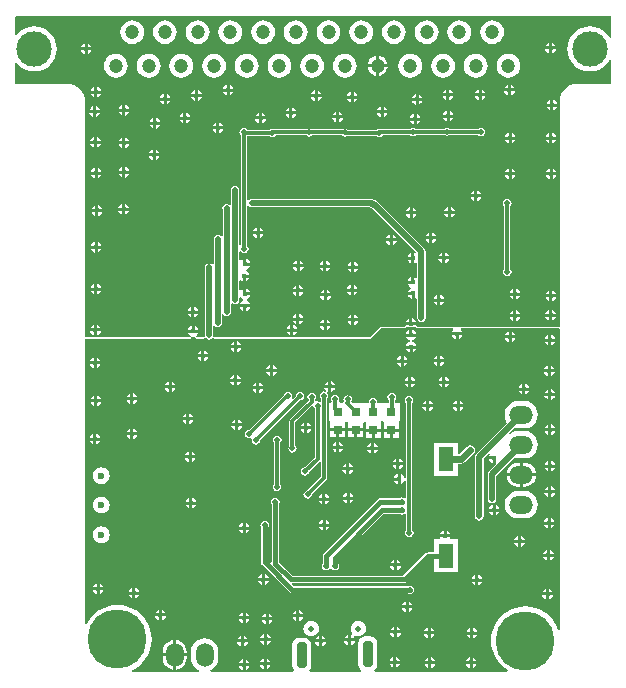
<source format=gbl>
G04 Layer_Physical_Order=2*
G04 Layer_Color=16711680*
%FSLAX24Y24*%
%MOIN*%
G70*
G01*
G75*
%ADD10R,0.0300X0.0300*%
%ADD24C,0.0118*%
%ADD25C,0.0236*%
%ADD26C,0.0197*%
%ADD28C,0.0157*%
%ADD29C,0.0150*%
%ADD30C,0.0197*%
G04:AMPARAMS|DCode=31|XSize=84.6mil|YSize=31.5mil|CornerRadius=7.9mil|HoleSize=0mil|Usage=FLASHONLY|Rotation=90.000|XOffset=0mil|YOffset=0mil|HoleType=Round|Shape=RoundedRectangle|*
%AMROUNDEDRECTD31*
21,1,0.0846,0.0157,0,0,90.0*
21,1,0.0689,0.0315,0,0,90.0*
1,1,0.0157,0.0079,0.0344*
1,1,0.0157,0.0079,-0.0344*
1,1,0.0157,-0.0079,-0.0344*
1,1,0.0157,-0.0079,0.0344*
%
%ADD31ROUNDEDRECTD31*%
%ADD32C,0.1181*%
%ADD33C,0.0472*%
%ADD34C,0.0236*%
%ADD35C,0.1969*%
%ADD36O,0.0591X0.0787*%
%ADD37O,0.0787X0.0591*%
%ADD38C,0.0160*%
%ADD39R,0.0472X0.0787*%
G36*
X11127Y11574D02*
X11132Y11570D01*
X11134Y11564D01*
X11144Y11560D01*
X11152Y11554D01*
X11159Y11554D01*
X11164Y11552D01*
X12371D01*
X12386Y11502D01*
X12380Y11498D01*
X12340Y11438D01*
X12336Y11418D01*
X12683D01*
X12679Y11438D01*
X12640Y11498D01*
X12634Y11502D01*
X12649Y11552D01*
X13031D01*
X15888Y11542D01*
X15888Y11542D01*
X15922Y11505D01*
X15923Y11503D01*
Y1489D01*
X15873Y1483D01*
X15873Y1486D01*
X15804Y1652D01*
X15710Y1805D01*
X15593Y1942D01*
X15457Y2058D01*
X15303Y2152D01*
X15137Y2221D01*
X14963Y2263D01*
X14783Y2277D01*
X14604Y2263D01*
X14430Y2221D01*
X14264Y2152D01*
X14110Y2058D01*
X13974Y1942D01*
X13857Y1805D01*
X13763Y1652D01*
X13694Y1486D01*
X13652Y1311D01*
X13638Y1132D01*
X13652Y953D01*
X13694Y778D01*
X13763Y612D01*
X13857Y459D01*
X13974Y322D01*
X14110Y205D01*
X14200Y150D01*
X14186Y100D01*
X9756D01*
X9741Y150D01*
X9777Y174D01*
X9829Y252D01*
X9847Y344D01*
Y1033D01*
X9829Y1126D01*
X9777Y1204D01*
X9698Y1256D01*
X9606Y1274D01*
X9449D01*
X9357Y1256D01*
X9279Y1204D01*
X9226Y1126D01*
X9208Y1033D01*
Y344D01*
X9226Y252D01*
X9279Y174D01*
X9314Y150D01*
X9299Y100D01*
X7603D01*
X7582Y150D01*
X7624Y213D01*
X7642Y305D01*
Y994D01*
X7624Y1086D01*
X7572Y1164D01*
X7494Y1217D01*
X7402Y1235D01*
X7244D01*
X7152Y1217D01*
X7074Y1164D01*
X7022Y1086D01*
X7003Y994D01*
Y305D01*
X7022Y213D01*
X7063Y150D01*
X7042Y100D01*
X4296D01*
X4286Y150D01*
X4323Y166D01*
X4417Y238D01*
X4490Y333D01*
X4536Y443D01*
X4551Y561D01*
Y758D01*
X4536Y876D01*
X4490Y986D01*
X4417Y1081D01*
X4323Y1153D01*
X4213Y1199D01*
X4094Y1215D01*
X3976Y1199D01*
X3866Y1153D01*
X3772Y1081D01*
X3699Y986D01*
X3653Y876D01*
X3638Y758D01*
Y561D01*
X3653Y443D01*
X3699Y333D01*
X3772Y238D01*
X3866Y166D01*
X3903Y150D01*
X3893Y100D01*
X1684D01*
X1674Y149D01*
X1701Y161D01*
X1854Y255D01*
X1991Y371D01*
X2108Y508D01*
X2202Y661D01*
X2270Y827D01*
X2312Y1002D01*
X2326Y1181D01*
X2312Y1360D01*
X2270Y1535D01*
X2202Y1701D01*
X2108Y1854D01*
X1991Y1991D01*
X1854Y2108D01*
X1701Y2202D01*
X1535Y2270D01*
X1360Y2312D01*
X1181Y2326D01*
X1002Y2312D01*
X827Y2270D01*
X661Y2202D01*
X508Y2108D01*
X371Y1991D01*
X255Y1854D01*
X161Y1701D01*
X149Y1674D01*
X100Y1684D01*
Y11198D01*
X3606D01*
X3616Y11202D01*
X3626Y11203D01*
X3630Y11208D01*
X3636Y11210D01*
X3640Y11220D01*
X3647Y11228D01*
X3651Y11240D01*
X3771D01*
X3774Y11228D01*
X3781Y11220D01*
X3785Y11210D01*
X3791Y11208D01*
X3795Y11203D01*
X3805Y11202D01*
X3815Y11198D01*
X4067D01*
X4070Y11199D01*
X4072Y11198D01*
X4084Y11205D01*
X4097Y11210D01*
X4144Y11209D01*
X4188Y11179D01*
X4242Y11169D01*
X4296Y11179D01*
X4340Y11209D01*
X4387Y11210D01*
X4400Y11205D01*
X4412Y11198D01*
X4415Y11199D01*
X4417Y11198D01*
X9606D01*
X9606Y11198D01*
X9636Y11210D01*
X9636Y11210D01*
X9978Y11552D01*
X10765D01*
X10771Y11554D01*
X10777Y11554D01*
X10785Y11560D01*
X10795Y11564D01*
X10797Y11570D01*
X10802Y11574D01*
X10814Y11594D01*
X10912D01*
X10918Y11590D01*
X10965Y11581D01*
X11011Y11590D01*
X11017Y11594D01*
X11115D01*
X11127Y11574D01*
D02*
G37*
G36*
X-2175Y21947D02*
X17638D01*
Y21944D01*
X17642Y21943D01*
X17643Y21939D01*
X17646D01*
Y21220D01*
X17596Y21207D01*
X17560Y21274D01*
X17467Y21388D01*
X17353Y21481D01*
X17223Y21551D01*
X17082Y21594D01*
X16935Y21608D01*
X16788Y21594D01*
X16647Y21551D01*
X16517Y21481D01*
X16404Y21388D01*
X16310Y21274D01*
X16241Y21144D01*
X16198Y21003D01*
X16183Y20856D01*
X16198Y20710D01*
X16241Y20569D01*
X16310Y20439D01*
X16404Y20325D01*
X16517Y20231D01*
X16647Y20162D01*
X16788Y20119D01*
X16935Y20105D01*
X17082Y20119D01*
X17223Y20162D01*
X17353Y20231D01*
X17467Y20325D01*
X17560Y20439D01*
X17596Y20505D01*
X17646Y20493D01*
Y19697D01*
X16506D01*
Y19698D01*
X16392Y19686D01*
X16283Y19653D01*
X16182Y19599D01*
X16093Y19527D01*
X16021Y19438D01*
X15967Y19337D01*
X15934Y19228D01*
X15922Y19114D01*
X15923D01*
Y11620D01*
X15888Y11585D01*
X13032Y11594D01*
X11164D01*
X11136Y11644D01*
X11138Y11653D01*
X10791D01*
X10793Y11644D01*
X10765Y11594D01*
X9961D01*
X9606Y11240D01*
X4417D01*
X4379Y11290D01*
X4383Y11309D01*
Y11611D01*
X4411Y11625D01*
X4433Y11630D01*
X4474Y11602D01*
X4528Y11592D01*
X4581Y11602D01*
X4627Y11633D01*
X4657Y11679D01*
X4668Y11732D01*
Y12005D01*
X4718Y12020D01*
X4733Y11997D01*
X4779Y11967D01*
X4833Y11956D01*
X4886Y11967D01*
X4932Y11997D01*
X4962Y12043D01*
X4973Y12096D01*
Y12359D01*
X4977Y12363D01*
X5023Y12381D01*
X5055Y12360D01*
X5108Y12350D01*
X5162Y12360D01*
X5208Y12391D01*
X5238Y12436D01*
X5249Y12490D01*
Y12559D01*
X5299Y12574D01*
X5303Y12567D01*
X5363Y12527D01*
X5372Y12525D01*
Y12475D01*
X5363Y12473D01*
X5303Y12433D01*
X5264Y12373D01*
X5260Y12353D01*
X5607D01*
X5603Y12373D01*
X5563Y12433D01*
X5503Y12473D01*
X5494Y12475D01*
Y12525D01*
X5503Y12527D01*
X5563Y12567D01*
X5603Y12627D01*
X5607Y12647D01*
X5433D01*
Y12697D01*
X5383D01*
Y12870D01*
X5363Y12866D01*
X5303Y12827D01*
X5299Y12820D01*
X5249Y12835D01*
Y13117D01*
X5299Y13138D01*
X5343Y13108D01*
X5363Y13104D01*
Y13278D01*
X5413D01*
Y13328D01*
X5587D01*
X5583Y13348D01*
X5543Y13407D01*
X5484Y13447D01*
X5459Y13452D01*
Y13503D01*
X5503Y13512D01*
X5563Y13551D01*
X5603Y13611D01*
X5607Y13631D01*
X5433D01*
Y13681D01*
X5383D01*
Y13855D01*
X5363Y13851D01*
X5303Y13811D01*
X5299Y13804D01*
X5249Y13819D01*
Y14101D01*
X5299Y14116D01*
X5314Y14094D01*
X5360Y14063D01*
X5413Y14052D01*
X5467Y14063D01*
X5513Y14094D01*
X5543Y14139D01*
X5554Y14193D01*
X5543Y14247D01*
X5514Y14291D01*
Y15613D01*
X5564Y15628D01*
X5570Y15619D01*
X5616Y15589D01*
X5669Y15578D01*
X9607D01*
X9615Y15570D01*
X9661Y15539D01*
X9691Y15533D01*
X11148Y14076D01*
X11147Y14072D01*
X11094Y14047D01*
X11074Y14051D01*
Y13877D01*
Y13704D01*
X11094Y13708D01*
X11128Y13731D01*
X11178Y13704D01*
Y13260D01*
X11128Y13234D01*
X11104Y13250D01*
X11083Y13254D01*
Y13081D01*
X11033D01*
Y13031D01*
X10860D01*
X10864Y13011D01*
X10904Y12951D01*
X10952Y12919D01*
X10956Y12877D01*
X10953Y12863D01*
X10914Y12836D01*
X10874Y12777D01*
X10870Y12757D01*
X11043D01*
Y12707D01*
X11093D01*
Y12533D01*
X11114Y12537D01*
X11128Y12547D01*
X11178Y12520D01*
Y11890D01*
X11189Y11836D01*
X11220Y11790D01*
X11265Y11760D01*
X11319Y11749D01*
X11373Y11760D01*
X11418Y11790D01*
X11449Y11836D01*
X11459Y11890D01*
Y12894D01*
Y14104D01*
X11449Y14158D01*
X11418Y14204D01*
X9834Y15788D01*
X9788Y15819D01*
X9753Y15826D01*
X9719Y15848D01*
X9665Y15859D01*
X5669D01*
X5616Y15848D01*
X5570Y15818D01*
X5564Y15809D01*
X5514Y15824D01*
Y17961D01*
X6251D01*
X6295Y17931D01*
X6348Y17921D01*
X6402Y17931D01*
X6448Y17962D01*
X6454Y17971D01*
X7481D01*
X7525Y17941D01*
X7579Y17930D01*
X7632Y17941D01*
X7677Y17971D01*
X8662D01*
X8706Y17941D01*
X8760Y17930D01*
X8814Y17941D01*
X8843Y17961D01*
X9814D01*
X9858Y17931D01*
X9911Y17921D01*
X9965Y17931D01*
X10011Y17962D01*
X10023Y17980D01*
X10936D01*
X10980Y17951D01*
X11033Y17940D01*
X11087Y17951D01*
X11131Y17980D01*
X12117D01*
X12131Y17971D01*
X12185Y17960D01*
X12239Y17971D01*
X12283Y18000D01*
X13202D01*
X13208Y17991D01*
X13253Y17961D01*
X13307Y17950D01*
X13361Y17961D01*
X13406Y17991D01*
X13437Y18037D01*
X13448Y18091D01*
X13437Y18144D01*
X13406Y18190D01*
X13361Y18220D01*
X13307Y18231D01*
X13253Y18220D01*
X13224Y18201D01*
X12283D01*
X12239Y18230D01*
X12185Y18241D01*
X12131Y18230D01*
X12086Y18200D01*
X12073Y18181D01*
X11131D01*
X11087Y18211D01*
X11033Y18221D01*
X10980Y18211D01*
X10936Y18181D01*
X9980D01*
X9965Y18191D01*
X9911Y18202D01*
X9858Y18191D01*
X9814Y18161D01*
X8865D01*
X8859Y18170D01*
X8814Y18201D01*
X8760Y18211D01*
X8706Y18201D01*
X8662Y18171D01*
X7677D01*
X7632Y18201D01*
X7579Y18211D01*
X7525Y18201D01*
X7481Y18171D01*
X6432D01*
X6402Y18191D01*
X6348Y18202D01*
X6295Y18191D01*
X6251Y18161D01*
X5506D01*
X5493Y18180D01*
X5447Y18211D01*
X5394Y18221D01*
X5340Y18211D01*
X5294Y18180D01*
X5264Y18134D01*
X5253Y18081D01*
X5264Y18027D01*
X5294Y17981D01*
X5313Y17969D01*
Y14317D01*
X5299Y14305D01*
X5249Y14328D01*
Y16152D01*
X5238Y16205D01*
X5208Y16251D01*
X5162Y16281D01*
X5108Y16292D01*
X5055Y16281D01*
X5009Y16251D01*
X4978Y16205D01*
X4968Y16152D01*
Y15675D01*
X4936Y15658D01*
X4918Y15653D01*
X4877Y15681D01*
X4823Y15692D01*
X4769Y15681D01*
X4723Y15651D01*
X4693Y15605D01*
X4682Y15551D01*
X4692Y15502D01*
Y14619D01*
X4642Y14604D01*
X4627Y14627D01*
X4581Y14657D01*
X4528Y14668D01*
X4474Y14657D01*
X4428Y14627D01*
X4398Y14581D01*
X4387Y14528D01*
Y13694D01*
X4358Y13680D01*
X4337Y13675D01*
X4296Y13703D01*
X4242Y13713D01*
X4188Y13703D01*
X4143Y13672D01*
X4112Y13627D01*
X4102Y13573D01*
Y11309D01*
X4105Y11290D01*
X4067Y11240D01*
X3815D01*
X3800Y11290D01*
X3840Y11317D01*
X3880Y11377D01*
X3884Y11397D01*
X3537D01*
X3541Y11377D01*
X3581Y11317D01*
X3621Y11290D01*
X3606Y11240D01*
X100D01*
Y19085D01*
X101D01*
X90Y19204D01*
X55Y19319D01*
X-2Y19425D01*
X-78Y19518D01*
X-171Y19594D01*
X-277Y19651D01*
X-392Y19686D01*
X-512Y19698D01*
Y19697D01*
X-2205D01*
Y19698D01*
X-2224Y19706D01*
X-2231Y19724D01*
X-2232D01*
Y20388D01*
X-2182Y20405D01*
X-2116Y20325D01*
X-2002Y20231D01*
X-1872Y20162D01*
X-1731Y20119D01*
X-1585Y20105D01*
X-1438Y20119D01*
X-1297Y20162D01*
X-1167Y20231D01*
X-1053Y20325D01*
X-960Y20439D01*
X-890Y20569D01*
X-847Y20710D01*
X-833Y20856D01*
X-847Y21003D01*
X-890Y21144D01*
X-960Y21274D01*
X-1053Y21388D01*
X-1167Y21481D01*
X-1297Y21551D01*
X-1438Y21594D01*
X-1585Y21608D01*
X-1731Y21594D01*
X-1872Y21551D01*
X-2002Y21481D01*
X-2116Y21388D01*
X-2182Y21307D01*
X-2232Y21325D01*
Y21890D01*
X-2233Y21892D01*
X-2217Y21931D01*
X-2177Y21947D01*
X-2175Y21947D01*
D02*
G37*
%LPC*%
G36*
X1613Y8195D02*
X1593Y8191D01*
X1534Y8151D01*
X1494Y8092D01*
X1490Y8072D01*
X1613D01*
Y8195D01*
D02*
G37*
G36*
X1713D02*
Y8072D01*
X1837D01*
X1833Y8092D01*
X1793Y8151D01*
X1734Y8191D01*
X1713Y8195D01*
D02*
G37*
G36*
X7411Y8178D02*
X7287D01*
X7291Y8158D01*
X7331Y8099D01*
X7390Y8059D01*
X7411Y8055D01*
Y8178D01*
D02*
G37*
G36*
X7634D02*
X7511D01*
Y8055D01*
X7531Y8059D01*
X7590Y8099D01*
X7630Y8158D01*
X7634Y8178D01*
D02*
G37*
G36*
X14744Y9120D02*
X14547D01*
X14429Y9104D01*
X14319Y9059D01*
X14224Y8986D01*
X14152Y8892D01*
X14106Y8782D01*
X14091Y8663D01*
X14106Y8545D01*
X14152Y8435D01*
X14181Y8397D01*
X13149Y7365D01*
X13118Y7320D01*
X13108Y7266D01*
Y5276D01*
X13118Y5222D01*
X13149Y5176D01*
X13194Y5146D01*
X13248Y5135D01*
X13302Y5146D01*
X13347Y5176D01*
X13378Y5222D01*
X13389Y5276D01*
Y7208D01*
X13559Y7378D01*
X13562Y7380D01*
X13600Y7348D01*
X13594Y7339D01*
X13571Y7304D01*
X13567Y7284D01*
X13740D01*
Y7234D01*
X13790D01*
Y7018D01*
X13794Y7011D01*
X13572Y6788D01*
X13541Y6743D01*
X13531Y6689D01*
Y5846D01*
X13541Y5793D01*
X13572Y5747D01*
X13617Y5717D01*
X13671Y5706D01*
X13725Y5717D01*
X13771Y5747D01*
X13801Y5793D01*
X13812Y5846D01*
Y6631D01*
X14411Y7230D01*
X14429Y7222D01*
X14547Y7207D01*
X14744D01*
X14862Y7222D01*
X14972Y7268D01*
X15067Y7340D01*
X15140Y7435D01*
X15185Y7545D01*
X15201Y7663D01*
X15185Y7782D01*
X15140Y7892D01*
X15067Y7986D01*
X14972Y8059D01*
X14862Y8104D01*
X14744Y8120D01*
X14547D01*
X14429Y8104D01*
X14319Y8059D01*
X14283Y8031D01*
X14250Y8069D01*
X14411Y8230D01*
X14429Y8222D01*
X14547Y8207D01*
X14744D01*
X14862Y8222D01*
X14972Y8268D01*
X15067Y8340D01*
X15140Y8435D01*
X15185Y8545D01*
X15201Y8663D01*
X15185Y8782D01*
X15140Y8892D01*
X15067Y8986D01*
X14972Y9059D01*
X14862Y9104D01*
X14744Y9120D01*
D02*
G37*
G36*
X15550Y8343D02*
X15530Y8339D01*
X15471Y8299D01*
X15431Y8239D01*
X15427Y8219D01*
X15550D01*
Y8343D01*
D02*
G37*
G36*
X5107Y8277D02*
X4984D01*
X4988Y8257D01*
X5028Y8197D01*
X5087Y8157D01*
X5107Y8153D01*
Y8277D01*
D02*
G37*
G36*
X5331D02*
X5207D01*
Y8153D01*
X5228Y8157D01*
X5287Y8197D01*
X5327Y8257D01*
X5331Y8277D01*
D02*
G37*
G36*
X10555Y8100D02*
X10355D01*
Y7900D01*
X10555D01*
Y8100D01*
D02*
G37*
G36*
X9084Y8109D02*
X8884D01*
Y7909D01*
X9084D01*
Y8109D01*
D02*
G37*
G36*
X9965Y8100D02*
X9765D01*
Y7900D01*
X9965D01*
Y8100D01*
D02*
G37*
G36*
X10255Y8100D02*
X10055D01*
Y7900D01*
X10255D01*
Y8100D01*
D02*
G37*
G36*
X9384Y8109D02*
X9184D01*
Y7909D01*
X9384D01*
Y8109D01*
D02*
G37*
G36*
X15550Y8119D02*
X15427D01*
X15431Y8099D01*
X15471Y8040D01*
X15530Y8000D01*
X15550Y7996D01*
Y8119D01*
D02*
G37*
G36*
X15774D02*
X15650D01*
Y7996D01*
X15671Y8000D01*
X15730Y8040D01*
X15770Y8099D01*
X15774Y8119D01*
D02*
G37*
G36*
X8483Y8110D02*
X8283D01*
Y7910D01*
X8483D01*
Y8110D01*
D02*
G37*
G36*
X8783D02*
X8583D01*
Y7910D01*
X8783D01*
Y8110D01*
D02*
G37*
G36*
X15650Y8343D02*
Y8219D01*
X15774D01*
X15770Y8239D01*
X15730Y8299D01*
X15671Y8339D01*
X15650Y8343D01*
D02*
G37*
G36*
X12713Y8917D02*
X12589D01*
Y8793D01*
X12610Y8797D01*
X12669Y8837D01*
X12709Y8896D01*
X12713Y8917D01*
D02*
G37*
G36*
X413Y9074D02*
X289D01*
X293Y9054D01*
X333Y8994D01*
X392Y8955D01*
X413Y8951D01*
Y9074D01*
D02*
G37*
G36*
X11699Y8917D02*
X11576D01*
Y8793D01*
X11596Y8797D01*
X11655Y8837D01*
X11695Y8896D01*
X11699Y8917D01*
D02*
G37*
G36*
X12489D02*
X12366D01*
X12370Y8896D01*
X12410Y8837D01*
X12469Y8797D01*
X12489Y8793D01*
Y8917D01*
D02*
G37*
G36*
X636Y9074D02*
X513D01*
Y8951D01*
X533Y8955D01*
X592Y8994D01*
X632Y9054D01*
X636Y9074D01*
D02*
G37*
G36*
X12489Y9140D02*
X12469Y9136D01*
X12410Y9096D01*
X12370Y9037D01*
X12366Y9017D01*
X12489D01*
Y9140D01*
D02*
G37*
G36*
X12589D02*
Y9017D01*
X12713D01*
X12709Y9037D01*
X12669Y9096D01*
X12610Y9136D01*
X12589Y9140D01*
D02*
G37*
G36*
X11476D02*
X11455Y9136D01*
X11396Y9096D01*
X11356Y9037D01*
X11352Y9017D01*
X11476D01*
Y9140D01*
D02*
G37*
G36*
X11576D02*
Y9017D01*
X11699D01*
X11695Y9037D01*
X11655Y9096D01*
X11596Y9136D01*
X11576Y9140D01*
D02*
G37*
G36*
X3483Y8474D02*
X3360D01*
X3364Y8453D01*
X3404Y8394D01*
X3463Y8354D01*
X3483Y8350D01*
Y8474D01*
D02*
G37*
G36*
X3707D02*
X3583D01*
Y8350D01*
X3604Y8354D01*
X3663Y8394D01*
X3703Y8453D01*
X3707Y8474D01*
D02*
G37*
G36*
X7411Y8402D02*
X7390Y8398D01*
X7331Y8358D01*
X7291Y8299D01*
X7287Y8278D01*
X7411D01*
Y8402D01*
D02*
G37*
G36*
X7511D02*
Y8278D01*
X7634D01*
X7630Y8299D01*
X7590Y8358D01*
X7531Y8398D01*
X7511Y8402D01*
D02*
G37*
G36*
X5107Y8500D02*
X5087Y8496D01*
X5028Y8456D01*
X4988Y8397D01*
X4984Y8377D01*
X5107D01*
Y8500D01*
D02*
G37*
G36*
X3583Y8697D02*
Y8574D01*
X3707D01*
X3703Y8594D01*
X3663Y8653D01*
X3604Y8693D01*
X3583Y8697D01*
D02*
G37*
G36*
X11476Y8917D02*
X11352D01*
X11356Y8896D01*
X11396Y8837D01*
X11455Y8797D01*
X11476Y8793D01*
Y8917D01*
D02*
G37*
G36*
X5207Y8500D02*
Y8377D01*
X5331D01*
X5327Y8397D01*
X5287Y8456D01*
X5228Y8496D01*
X5207Y8500D01*
D02*
G37*
G36*
X3483Y8697D02*
X3463Y8693D01*
X3404Y8653D01*
X3364Y8594D01*
X3360Y8574D01*
X3483D01*
Y8697D01*
D02*
G37*
G36*
X9665Y8100D02*
X9465D01*
Y7900D01*
X9665D01*
Y8100D01*
D02*
G37*
G36*
X8908Y7044D02*
Y6920D01*
X9032D01*
X9028Y6940D01*
X8988Y7000D01*
X8928Y7040D01*
X8908Y7044D01*
D02*
G37*
G36*
X15550Y7122D02*
X15530Y7118D01*
X15471Y7079D01*
X15431Y7019D01*
X15427Y6999D01*
X15550D01*
Y7122D01*
D02*
G37*
G36*
X10705Y6978D02*
X10582D01*
Y6854D01*
X10602Y6858D01*
X10661Y6898D01*
X10701Y6957D01*
X10705Y6978D01*
D02*
G37*
G36*
X8808Y7044D02*
X8788Y7040D01*
X8729Y7000D01*
X8689Y6940D01*
X8685Y6920D01*
X8808D01*
Y7044D01*
D02*
G37*
G36*
X15650Y7122D02*
Y6999D01*
X15774D01*
X15770Y7019D01*
X15730Y7079D01*
X15671Y7118D01*
X15650Y7122D01*
D02*
G37*
G36*
X10481Y7201D02*
X10461Y7197D01*
X10402Y7157D01*
X10362Y7098D01*
X10358Y7078D01*
X10481D01*
Y7201D01*
D02*
G37*
G36*
X10582D02*
Y7078D01*
X10705D01*
X10701Y7098D01*
X10661Y7157D01*
X10602Y7197D01*
X10582Y7201D01*
D02*
G37*
G36*
X12530Y7736D02*
X11742D01*
Y6634D01*
X12530D01*
Y7024D01*
X12648D01*
X12648Y7024D01*
X12709Y7037D01*
X12761Y7071D01*
X13056Y7367D01*
X13091Y7419D01*
X13103Y7480D01*
X13091Y7542D01*
X13056Y7594D01*
X13004Y7629D01*
X12943Y7641D01*
X12881Y7629D01*
X12829Y7594D01*
X12581Y7346D01*
X12530D01*
Y7736D01*
D02*
G37*
G36*
X13690Y7184D02*
X13567D01*
X13571Y7164D01*
X13610Y7105D01*
X13670Y7065D01*
X13690Y7061D01*
Y7184D01*
D02*
G37*
G36*
X8808Y6820D02*
X8685D01*
X8689Y6800D01*
X8729Y6740D01*
X8788Y6701D01*
X8808Y6697D01*
Y6820D01*
D02*
G37*
G36*
X9032D02*
X8908D01*
Y6697D01*
X8928Y6701D01*
X8988Y6740D01*
X9028Y6800D01*
X9032Y6820D01*
D02*
G37*
G36*
X10896Y9294D02*
X10842Y9283D01*
X10796Y9253D01*
X10766Y9207D01*
X10755Y9154D01*
X10766Y9100D01*
X10795Y9056D01*
Y6566D01*
X10745Y6561D01*
X10740Y6586D01*
X10701Y6645D01*
X10641Y6685D01*
X10621Y6689D01*
Y6516D01*
Y6342D01*
X10641Y6346D01*
X10701Y6386D01*
X10740Y6446D01*
X10745Y6471D01*
X10795Y6466D01*
Y5899D01*
X10790Y5894D01*
X10745Y5877D01*
X10713Y5898D01*
X10659Y5909D01*
X10606Y5898D01*
X10586Y5885D01*
X9952D01*
X9908Y5876D01*
X9870Y5851D01*
X8056Y4037D01*
X8030Y3999D01*
X8022Y3954D01*
Y3696D01*
X8008Y3676D01*
X7998Y3622D01*
X8008Y3568D01*
X8039Y3523D01*
X8084Y3492D01*
X8138Y3482D01*
X8192Y3492D01*
X8238Y3523D01*
X8259Y3555D01*
X8267Y3557D01*
X8306D01*
X8314Y3555D01*
X8336Y3523D01*
X8381Y3492D01*
X8435Y3482D01*
X8489Y3492D01*
X8534Y3523D01*
X8565Y3568D01*
X8576Y3622D01*
X8565Y3676D01*
X8552Y3696D01*
Y3849D01*
X10057Y5355D01*
X10586D01*
X10606Y5342D01*
X10659Y5331D01*
X10713Y5342D01*
X10745Y5363D01*
X10790Y5346D01*
X10795Y5341D01*
Y4793D01*
X10786Y4778D01*
X10775Y4724D01*
X10786Y4671D01*
X10816Y4625D01*
X10862Y4595D01*
X10915Y4584D01*
X10969Y4595D01*
X11015Y4625D01*
X11045Y4671D01*
X11056Y4724D01*
X11045Y4778D01*
X11015Y4824D01*
X10996Y4836D01*
Y9056D01*
X11025Y9100D01*
X11036Y9154D01*
X11025Y9207D01*
X10995Y9253D01*
X10949Y9283D01*
X10896Y9294D01*
D02*
G37*
G36*
X10521Y6689D02*
X10501Y6685D01*
X10441Y6645D01*
X10401Y6586D01*
X10397Y6566D01*
X10521D01*
Y6689D01*
D02*
G37*
G36*
X14596Y7062D02*
X14547D01*
X14444Y7048D01*
X14348Y7009D01*
X14265Y6945D01*
X14202Y6863D01*
X14162Y6767D01*
X14155Y6713D01*
X14596D01*
Y7062D01*
D02*
G37*
G36*
X15774Y6899D02*
X15650D01*
Y6775D01*
X15671Y6779D01*
X15730Y6819D01*
X15770Y6879D01*
X15774Y6899D01*
D02*
G37*
G36*
X10481Y6978D02*
X10358D01*
X10362Y6957D01*
X10402Y6898D01*
X10461Y6858D01*
X10481Y6854D01*
Y6978D01*
D02*
G37*
G36*
X14744Y7062D02*
X14696D01*
Y6713D01*
X15136D01*
X15129Y6767D01*
X15089Y6863D01*
X15026Y6945D01*
X14943Y7009D01*
X14847Y7048D01*
X14744Y7062D01*
D02*
G37*
G36*
X15550Y6899D02*
X15427D01*
X15431Y6879D01*
X15471Y6819D01*
X15530Y6779D01*
X15550Y6775D01*
Y6899D01*
D02*
G37*
G36*
X8574Y7752D02*
Y7629D01*
X8697D01*
X8693Y7649D01*
X8653Y7708D01*
X8594Y7748D01*
X8574Y7752D01*
D02*
G37*
G36*
X383Y7794D02*
X260D01*
X264Y7774D01*
X303Y7715D01*
X363Y7675D01*
X383Y7671D01*
Y7794D01*
D02*
G37*
G36*
X9735Y7723D02*
Y7599D01*
X9859D01*
X9855Y7619D01*
X9815Y7679D01*
X9755Y7719D01*
X9735Y7723D01*
D02*
G37*
G36*
X8474Y7752D02*
X8453Y7748D01*
X8394Y7708D01*
X8354Y7649D01*
X8350Y7629D01*
X8474D01*
Y7752D01*
D02*
G37*
G36*
X607Y7794D02*
X483D01*
Y7671D01*
X503Y7675D01*
X563Y7715D01*
X603Y7774D01*
X607Y7794D01*
D02*
G37*
G36*
X383Y8018D02*
X363Y8014D01*
X303Y7974D01*
X264Y7915D01*
X260Y7894D01*
X383D01*
Y8018D01*
D02*
G37*
G36*
X483D02*
Y7894D01*
X607D01*
X603Y7915D01*
X563Y7974D01*
X503Y8014D01*
X483Y8018D01*
D02*
G37*
G36*
X1613Y7972D02*
X1490D01*
X1494Y7951D01*
X1534Y7892D01*
X1593Y7852D01*
X1613Y7848D01*
Y7972D01*
D02*
G37*
G36*
X1837D02*
X1713D01*
Y7848D01*
X1734Y7852D01*
X1793Y7892D01*
X1833Y7951D01*
X1837Y7972D01*
D02*
G37*
G36*
X3562Y7437D02*
X3542Y7433D01*
X3482Y7394D01*
X3443Y7334D01*
X3439Y7314D01*
X3562D01*
Y7437D01*
D02*
G37*
G36*
X3662D02*
Y7314D01*
X3786D01*
X3782Y7334D01*
X3742Y7394D01*
X3682Y7433D01*
X3662Y7437D01*
D02*
G37*
G36*
X3562Y7214D02*
X3439D01*
X3443Y7194D01*
X3482Y7134D01*
X3542Y7094D01*
X3562Y7090D01*
Y7214D01*
D02*
G37*
G36*
X3786D02*
X3662D01*
Y7090D01*
X3682Y7094D01*
X3742Y7134D01*
X3782Y7194D01*
X3786Y7214D01*
D02*
G37*
G36*
X9635Y7499D02*
X9512D01*
X9516Y7479D01*
X9555Y7419D01*
X9615Y7380D01*
X9635Y7376D01*
Y7499D01*
D02*
G37*
G36*
X8697Y7529D02*
X8574D01*
Y7405D01*
X8594Y7409D01*
X8653Y7449D01*
X8693Y7509D01*
X8697Y7529D01*
D02*
G37*
G36*
X9635Y7723D02*
X9615Y7719D01*
X9555Y7679D01*
X9516Y7619D01*
X9512Y7599D01*
X9635D01*
Y7723D01*
D02*
G37*
G36*
X9859Y7499D02*
X9735D01*
Y7376D01*
X9755Y7380D01*
X9815Y7419D01*
X9855Y7479D01*
X9859Y7499D01*
D02*
G37*
G36*
X8474Y7529D02*
X8350D01*
X8354Y7509D01*
X8394Y7449D01*
X8453Y7409D01*
X8474Y7405D01*
Y7529D01*
D02*
G37*
G36*
X1613Y9153D02*
X1490D01*
X1494Y9133D01*
X1534Y9073D01*
X1593Y9033D01*
X1613Y9029D01*
Y9153D01*
D02*
G37*
G36*
X616Y10344D02*
X493D01*
Y10220D01*
X513Y10224D01*
X573Y10264D01*
X612Y10323D01*
X616Y10344D01*
D02*
G37*
G36*
X10629Y10393D02*
X10506D01*
X10510Y10373D01*
X10549Y10313D01*
X10609Y10273D01*
X10629Y10269D01*
Y10393D01*
D02*
G37*
G36*
X6369Y10311D02*
Y10188D01*
X6492D01*
X6488Y10208D01*
X6449Y10268D01*
X6389Y10307D01*
X6369Y10311D01*
D02*
G37*
G36*
X393Y10344D02*
X269D01*
X273Y10323D01*
X313Y10264D01*
X373Y10224D01*
X393Y10220D01*
Y10344D01*
D02*
G37*
G36*
X10853Y10393D02*
X10729D01*
Y10269D01*
X10749Y10273D01*
X10809Y10313D01*
X10849Y10373D01*
X10853Y10393D01*
D02*
G37*
G36*
X393Y10567D02*
X373Y10563D01*
X313Y10523D01*
X273Y10464D01*
X269Y10444D01*
X393D01*
Y10567D01*
D02*
G37*
G36*
X493D02*
Y10444D01*
X616D01*
X612Y10464D01*
X573Y10523D01*
X513Y10563D01*
X493Y10567D01*
D02*
G37*
G36*
X11850Y10413D02*
X11726D01*
X11730Y10392D01*
X11770Y10333D01*
X11829Y10293D01*
X11850Y10289D01*
Y10413D01*
D02*
G37*
G36*
X12073D02*
X11950D01*
Y10289D01*
X11970Y10293D01*
X12029Y10333D01*
X12069Y10392D01*
X12073Y10413D01*
D02*
G37*
G36*
X15531Y10078D02*
X15407D01*
X15411Y10058D01*
X15451Y9998D01*
X15511Y9958D01*
X15531Y9954D01*
Y10078D01*
D02*
G37*
G36*
X15754D02*
X15631D01*
Y9954D01*
X15651Y9958D01*
X15710Y9998D01*
X15750Y10058D01*
X15754Y10078D01*
D02*
G37*
G36*
X5068Y9986D02*
X5048Y9982D01*
X4988Y9943D01*
X4949Y9883D01*
X4945Y9863D01*
X5068D01*
Y9986D01*
D02*
G37*
G36*
X5168D02*
Y9863D01*
X5292D01*
X5288Y9883D01*
X5248Y9943D01*
X5188Y9982D01*
X5168Y9986D01*
D02*
G37*
G36*
X6269Y10088D02*
X6145D01*
X6149Y10068D01*
X6189Y10008D01*
X6249Y9968D01*
X6269Y9964D01*
Y10088D01*
D02*
G37*
G36*
X15631Y10301D02*
Y10178D01*
X15754D01*
X15750Y10198D01*
X15710Y10258D01*
X15651Y10297D01*
X15631Y10301D01*
D02*
G37*
G36*
X6269Y10311D02*
X6249Y10307D01*
X6189Y10268D01*
X6149Y10208D01*
X6145Y10188D01*
X6269D01*
Y10311D01*
D02*
G37*
G36*
X6492Y10088D02*
X6369D01*
Y9964D01*
X6389Y9968D01*
X6449Y10008D01*
X6488Y10068D01*
X6492Y10088D01*
D02*
G37*
G36*
X15531Y10301D02*
X15511Y10297D01*
X15451Y10258D01*
X15411Y10198D01*
X15407Y10178D01*
X15531D01*
Y10301D01*
D02*
G37*
G36*
X5305Y10884D02*
X5182D01*
Y10761D01*
X5202Y10765D01*
X5261Y10805D01*
X5301Y10864D01*
X5305Y10884D01*
D02*
G37*
G36*
X11138Y11269D02*
X10791D01*
X10795Y11249D01*
X10835Y11189D01*
X10894Y11149D01*
X10931Y11142D01*
Y11091D01*
X10904Y11086D01*
X10845Y11046D01*
X10805Y10986D01*
X10801Y10966D01*
X11148D01*
X11144Y10986D01*
X11104Y11046D01*
X11045Y11086D01*
X11007Y11093D01*
Y11144D01*
X11035Y11149D01*
X11094Y11189D01*
X11134Y11249D01*
X11138Y11269D01*
D02*
G37*
G36*
X11148Y10866D02*
X11024D01*
Y10743D01*
X11045Y10747D01*
X11104Y10786D01*
X11144Y10846D01*
X11148Y10866D01*
D02*
G37*
G36*
X5082Y10884D02*
X4958D01*
X4962Y10864D01*
X5002Y10805D01*
X5061Y10765D01*
X5082Y10761D01*
Y10884D01*
D02*
G37*
G36*
X15541Y11102D02*
X15417D01*
X15421Y11081D01*
X15461Y11022D01*
X15520Y10982D01*
X15541Y10978D01*
Y11102D01*
D02*
G37*
G36*
X5182Y11108D02*
Y10984D01*
X5305D01*
X5301Y11004D01*
X5261Y11064D01*
X5202Y11104D01*
X5182Y11108D01*
D02*
G37*
G36*
X14222Y11210D02*
X14098D01*
X14102Y11190D01*
X14142Y11130D01*
X14201Y11090D01*
X14222Y11086D01*
Y11210D01*
D02*
G37*
G36*
X15764Y11102D02*
X15641D01*
Y10978D01*
X15661Y10982D01*
X15720Y11022D01*
X15760Y11081D01*
X15764Y11102D01*
D02*
G37*
G36*
X5082Y11108D02*
X5061Y11104D01*
X5002Y11064D01*
X4962Y11004D01*
X4958Y10984D01*
X5082D01*
Y11108D01*
D02*
G37*
G36*
X10629Y10616D02*
X10609Y10612D01*
X10549Y10573D01*
X10510Y10513D01*
X10506Y10493D01*
X10629D01*
Y10616D01*
D02*
G37*
G36*
X10729D02*
Y10493D01*
X10853D01*
X10849Y10513D01*
X10809Y10573D01*
X10749Y10612D01*
X10729Y10616D01*
D02*
G37*
G36*
X3985Y10580D02*
X3862D01*
X3866Y10560D01*
X3906Y10500D01*
X3965Y10460D01*
X3985Y10456D01*
Y10580D01*
D02*
G37*
G36*
X4209D02*
X4085D01*
Y10456D01*
X4106Y10460D01*
X4165Y10500D01*
X4205Y10560D01*
X4209Y10580D01*
D02*
G37*
G36*
X11850Y10636D02*
X11829Y10632D01*
X11770Y10592D01*
X11730Y10533D01*
X11726Y10513D01*
X11850D01*
Y10636D01*
D02*
G37*
G36*
X4085Y10803D02*
Y10680D01*
X4209D01*
X4205Y10700D01*
X4165Y10760D01*
X4106Y10799D01*
X4085Y10803D01*
D02*
G37*
G36*
X10924Y10866D02*
X10801D01*
X10805Y10846D01*
X10845Y10786D01*
X10904Y10747D01*
X10924Y10743D01*
Y10866D01*
D02*
G37*
G36*
X11950Y10636D02*
Y10513D01*
X12073D01*
X12069Y10533D01*
X12029Y10592D01*
X11970Y10632D01*
X11950Y10636D01*
D02*
G37*
G36*
X3985Y10803D02*
X3965Y10799D01*
X3906Y10760D01*
X3866Y10700D01*
X3862Y10680D01*
X3985D01*
Y10803D01*
D02*
G37*
G36*
X12117Y9918D02*
Y9794D01*
X12240D01*
X12236Y9814D01*
X12197Y9874D01*
X12137Y9914D01*
X12117Y9918D01*
D02*
G37*
G36*
X15541Y9514D02*
X15520Y9510D01*
X15461Y9470D01*
X15421Y9411D01*
X15417Y9391D01*
X15541D01*
Y9514D01*
D02*
G37*
G36*
X15641D02*
Y9391D01*
X15764D01*
X15760Y9411D01*
X15720Y9470D01*
X15661Y9510D01*
X15641Y9514D01*
D02*
G37*
G36*
X14674Y9468D02*
X14551D01*
X14555Y9448D01*
X14595Y9388D01*
X14654Y9348D01*
X14674Y9344D01*
Y9468D01*
D02*
G37*
G36*
X14898D02*
X14774D01*
Y9344D01*
X14795Y9348D01*
X14854Y9388D01*
X14894Y9448D01*
X14898Y9468D01*
D02*
G37*
G36*
X5816Y9517D02*
X5693D01*
X5697Y9497D01*
X5736Y9437D01*
X5796Y9397D01*
X5816Y9393D01*
Y9517D01*
D02*
G37*
G36*
X3116Y9546D02*
X2993D01*
Y9423D01*
X3013Y9427D01*
X3073Y9467D01*
X3112Y9526D01*
X3116Y9546D01*
D02*
G37*
G36*
X8431Y9556D02*
X8308D01*
Y9433D01*
X8328Y9437D01*
X8388Y9477D01*
X8427Y9536D01*
X8431Y9556D01*
D02*
G37*
G36*
X6040Y9517D02*
X5916D01*
Y9393D01*
X5936Y9397D01*
X5996Y9437D01*
X6036Y9497D01*
X6040Y9517D01*
D02*
G37*
G36*
X2893Y9546D02*
X2769D01*
X2773Y9526D01*
X2813Y9467D01*
X2873Y9427D01*
X2893Y9423D01*
Y9546D01*
D02*
G37*
G36*
X6870Y9422D02*
X6816Y9411D01*
X6771Y9381D01*
X6740Y9335D01*
X6735Y9308D01*
X5579Y8152D01*
X5527Y8142D01*
X5481Y8111D01*
X5451Y8066D01*
X5440Y8012D01*
X5451Y7958D01*
X5481Y7912D01*
X5527Y7882D01*
X5581Y7871D01*
X5624Y7880D01*
X5624Y7880D01*
X5653Y7856D01*
X5663Y7841D01*
X5657Y7808D01*
X5667Y7754D01*
X5698Y7709D01*
X5743Y7678D01*
X5797Y7667D01*
X5851Y7678D01*
X5897Y7709D01*
X5927Y7754D01*
X5937Y7806D01*
X7272Y9141D01*
X7274Y9141D01*
X7327Y9152D01*
X7373Y9182D01*
X7403Y9228D01*
X7414Y9281D01*
X7403Y9335D01*
X7373Y9381D01*
X7327Y9411D01*
X7274Y9422D01*
X7220Y9411D01*
X7174Y9381D01*
X7144Y9335D01*
X7134Y9287D01*
X7030Y9182D01*
X6991Y9214D01*
X7000Y9228D01*
X7011Y9281D01*
X7000Y9335D01*
X6969Y9381D01*
X6924Y9411D01*
X6870Y9422D01*
D02*
G37*
G36*
X15541Y9291D02*
X15417D01*
X15421Y9270D01*
X15461Y9211D01*
X15520Y9171D01*
X15541Y9167D01*
Y9291D01*
D02*
G37*
G36*
X1837Y9153D02*
X1713D01*
Y9029D01*
X1734Y9033D01*
X1793Y9073D01*
X1833Y9133D01*
X1837Y9153D01*
D02*
G37*
G36*
X10325Y9392D02*
X10271Y9382D01*
X10225Y9351D01*
X10195Y9306D01*
X10184Y9252D01*
X10195Y9198D01*
X10224Y9154D01*
Y9057D01*
X9866D01*
X9835Y9094D01*
X9825Y9148D01*
X9794Y9194D01*
X9749Y9224D01*
X9695Y9235D01*
X9641Y9224D01*
X9596Y9194D01*
X9565Y9148D01*
X9554Y9094D01*
X9524Y9057D01*
X9441D01*
Y9067D01*
X9013D01*
X8986Y9117D01*
X8988Y9119D01*
X8999Y9173D01*
X8988Y9227D01*
X8958Y9273D01*
X8912Y9303D01*
X8858Y9314D01*
X8805Y9303D01*
X8759Y9273D01*
X8728Y9227D01*
X8718Y9173D01*
X8728Y9119D01*
X8730Y9117D01*
X8703Y9067D01*
X8593D01*
X8567Y9117D01*
X8575Y9129D01*
X8585Y9183D01*
X8575Y9237D01*
X8544Y9282D01*
X8499Y9313D01*
X8445Y9324D01*
X8391Y9313D01*
X8346Y9282D01*
X8315Y9237D01*
X8304Y9183D01*
X8315Y9129D01*
X8323Y9117D01*
X8296Y9067D01*
X8226D01*
Y8452D01*
X8265D01*
X8283Y8410D01*
X8283Y8402D01*
Y8210D01*
X8533D01*
X8783D01*
Y8402D01*
X8783Y8410D01*
X8789Y8422D01*
X8820Y8447D01*
X8872Y8438D01*
X8884Y8409D01*
X8884Y8402D01*
Y8209D01*
X9134D01*
X9384D01*
Y8380D01*
X9426Y8420D01*
X9458Y8414D01*
X9465Y8400D01*
X9465Y8392D01*
Y8200D01*
X9715D01*
X9965D01*
Y8392D01*
X9965Y8400D01*
X9983Y8442D01*
X10037D01*
X10055Y8400D01*
X10055Y8392D01*
Y8200D01*
X10305D01*
X10555D01*
Y8392D01*
X10555Y8400D01*
X10573Y8442D01*
X10613D01*
Y9057D01*
X10425D01*
Y9154D01*
X10455Y9198D01*
X10465Y9252D01*
X10455Y9306D01*
X10424Y9351D01*
X10379Y9382D01*
X10325Y9392D01*
D02*
G37*
G36*
X15764Y9291D02*
X15641D01*
Y9167D01*
X15661Y9171D01*
X15720Y9211D01*
X15760Y9270D01*
X15764Y9291D01*
D02*
G37*
G36*
X1613Y9376D02*
X1593Y9372D01*
X1534Y9332D01*
X1494Y9273D01*
X1490Y9253D01*
X1613D01*
Y9376D01*
D02*
G37*
G36*
X1713D02*
Y9253D01*
X1837D01*
X1833Y9273D01*
X1793Y9332D01*
X1734Y9372D01*
X1713Y9376D01*
D02*
G37*
G36*
X413Y9298D02*
X392Y9294D01*
X333Y9254D01*
X293Y9194D01*
X289Y9174D01*
X413D01*
Y9298D01*
D02*
G37*
G36*
X513D02*
Y9174D01*
X636D01*
X632Y9194D01*
X592Y9254D01*
X533Y9294D01*
X513Y9298D01*
D02*
G37*
G36*
X2893Y9770D02*
X2873Y9766D01*
X2813Y9726D01*
X2773Y9667D01*
X2769Y9646D01*
X2893D01*
Y9770D01*
D02*
G37*
G36*
X2993D02*
Y9646D01*
X3116D01*
X3112Y9667D01*
X3073Y9726D01*
X3013Y9766D01*
X2993Y9770D01*
D02*
G37*
G36*
X5068Y9763D02*
X4945D01*
X4949Y9743D01*
X4988Y9683D01*
X5048Y9644D01*
X5068Y9639D01*
Y9763D01*
D02*
G37*
G36*
X5292D02*
X5168D01*
Y9639D01*
X5188Y9644D01*
X5248Y9683D01*
X5288Y9743D01*
X5292Y9763D01*
D02*
G37*
G36*
X8208Y9780D02*
X8188Y9776D01*
X8128Y9736D01*
X8088Y9676D01*
X8084Y9656D01*
X8208D01*
Y9780D01*
D02*
G37*
G36*
X10985Y9918D02*
Y9794D01*
X11109D01*
X11105Y9814D01*
X11065Y9874D01*
X11005Y9914D01*
X10985Y9918D01*
D02*
G37*
G36*
X12017D02*
X11997Y9914D01*
X11937Y9874D01*
X11897Y9814D01*
X11893Y9794D01*
X12017D01*
Y9918D01*
D02*
G37*
G36*
X8308Y9780D02*
Y9656D01*
X8431D01*
X8427Y9676D01*
X8388Y9736D01*
X8328Y9776D01*
X8308Y9780D01*
D02*
G37*
G36*
X10885Y9918D02*
X10865Y9914D01*
X10805Y9874D01*
X10766Y9814D01*
X10762Y9794D01*
X10885D01*
Y9918D01*
D02*
G37*
G36*
X14774Y9691D02*
Y9568D01*
X14898D01*
X14894Y9588D01*
X14854Y9647D01*
X14795Y9687D01*
X14774Y9691D01*
D02*
G37*
G36*
X10885Y9694D02*
X10762D01*
X10766Y9674D01*
X10805Y9614D01*
X10865Y9575D01*
X10885Y9571D01*
Y9694D01*
D02*
G37*
G36*
X8208Y9556D02*
X8084D01*
X8088Y9536D01*
X8127Y9478D01*
X8124Y9470D01*
X8103Y9433D01*
X8061Y9442D01*
X8007Y9431D01*
X7962Y9401D01*
X7931Y9355D01*
X7921Y9301D01*
X7931Y9247D01*
X7962Y9202D01*
X7971Y9196D01*
Y9115D01*
X7921Y9088D01*
X7908Y9096D01*
X7854Y9107D01*
X7808Y9098D01*
X7787Y9106D01*
X7758Y9128D01*
Y9164D01*
X7787Y9208D01*
X7798Y9262D01*
X7787Y9316D01*
X7757Y9361D01*
X7711Y9392D01*
X7657Y9402D01*
X7604Y9392D01*
X7558Y9361D01*
X7528Y9316D01*
X7517Y9262D01*
X7528Y9208D01*
X7557Y9164D01*
Y9136D01*
X6947Y8526D01*
X6925Y8493D01*
X6917Y8455D01*
Y7637D01*
X6888Y7593D01*
X6877Y7539D01*
X6888Y7486D01*
X6918Y7440D01*
X6964Y7410D01*
X7018Y7399D01*
X7071Y7410D01*
X7117Y7440D01*
X7148Y7486D01*
X7158Y7539D01*
X7148Y7593D01*
X7118Y7637D01*
Y8413D01*
X7666Y8961D01*
X7719Y8943D01*
X7725Y8913D01*
X7754Y8869D01*
Y7236D01*
X7429Y6912D01*
X7377Y6901D01*
X7332Y6871D01*
X7301Y6825D01*
X7291Y6772D01*
X7301Y6718D01*
X7332Y6672D01*
X7377Y6642D01*
X7431Y6631D01*
X7485Y6642D01*
X7530Y6672D01*
X7561Y6718D01*
X7571Y6770D01*
X7921Y7119D01*
X7940Y7116D01*
X7971Y7102D01*
Y6597D01*
X7518Y6144D01*
X7466Y6134D01*
X7420Y6103D01*
X7390Y6058D01*
X7379Y6004D01*
X7390Y5950D01*
X7420Y5905D01*
X7466Y5874D01*
X7520Y5863D01*
X7573Y5874D01*
X7619Y5905D01*
X7649Y5950D01*
X7660Y6002D01*
X8142Y6484D01*
X8164Y6517D01*
X8171Y6555D01*
Y9218D01*
X8191Y9247D01*
X8202Y9301D01*
X8191Y9355D01*
X8165Y9394D01*
X8179Y9422D01*
X8192Y9436D01*
X8208Y9433D01*
Y9556D01*
D02*
G37*
G36*
X14674Y9691D02*
X14654Y9687D01*
X14595Y9647D01*
X14555Y9588D01*
X14551Y9568D01*
X14674D01*
Y9691D01*
D02*
G37*
G36*
X11109Y9694D02*
X10985D01*
Y9571D01*
X11005Y9575D01*
X11065Y9614D01*
X11105Y9674D01*
X11109Y9694D01*
D02*
G37*
G36*
X5816Y9740D02*
X5796Y9736D01*
X5736Y9697D01*
X5697Y9637D01*
X5693Y9617D01*
X5816D01*
Y9740D01*
D02*
G37*
G36*
X5916D02*
Y9617D01*
X6040D01*
X6036Y9637D01*
X5996Y9697D01*
X5936Y9736D01*
X5916Y9740D01*
D02*
G37*
G36*
X12017Y9694D02*
X11893D01*
X11897Y9674D01*
X11937Y9614D01*
X11997Y9575D01*
X12017Y9571D01*
Y9694D01*
D02*
G37*
G36*
X12240D02*
X12117D01*
Y9571D01*
X12137Y9575D01*
X12197Y9614D01*
X12236Y9674D01*
X12240Y9694D01*
D02*
G37*
G36*
X13042Y1551D02*
Y1428D01*
X13166D01*
X13162Y1448D01*
X13122Y1508D01*
X13062Y1547D01*
X13042Y1551D01*
D02*
G37*
G36*
X11525Y1561D02*
X11505Y1557D01*
X11445Y1518D01*
X11405Y1458D01*
X11401Y1438D01*
X11525D01*
Y1561D01*
D02*
G37*
G36*
X9213Y1794D02*
X9146Y1785D01*
X9084Y1759D01*
X9030Y1718D01*
X8989Y1664D01*
X8963Y1602D01*
X8954Y1535D01*
X8963Y1469D01*
X8989Y1406D01*
X9015Y1373D01*
X8994Y1340D01*
X8983Y1332D01*
X8967Y1335D01*
Y1211D01*
X9091D01*
X9087Y1232D01*
X9063Y1267D01*
X9097Y1306D01*
X9146Y1286D01*
X9213Y1277D01*
X9279Y1286D01*
X9342Y1312D01*
X9395Y1353D01*
X9436Y1406D01*
X9462Y1469D01*
X9471Y1535D01*
X9462Y1602D01*
X9436Y1664D01*
X9395Y1718D01*
X9342Y1759D01*
X9279Y1785D01*
X9213Y1794D01*
D02*
G37*
G36*
X12942Y1551D02*
X12922Y1547D01*
X12862Y1508D01*
X12823Y1448D01*
X12819Y1428D01*
X12942D01*
Y1551D01*
D02*
G37*
G36*
X11625Y1561D02*
Y1438D01*
X11748D01*
X11744Y1458D01*
X11705Y1518D01*
X11645Y1557D01*
X11625Y1561D01*
D02*
G37*
G36*
X6121Y1810D02*
X5998D01*
X6002Y1790D01*
X6042Y1731D01*
X6101Y1691D01*
X6121Y1687D01*
Y1810D01*
D02*
G37*
G36*
X6345D02*
X6221D01*
Y1687D01*
X6241Y1691D01*
X6301Y1731D01*
X6341Y1790D01*
X6345Y1810D01*
D02*
G37*
G36*
X10403Y1601D02*
X10383Y1597D01*
X10323Y1557D01*
X10283Y1497D01*
X10279Y1477D01*
X10403D01*
Y1601D01*
D02*
G37*
G36*
X10503D02*
Y1477D01*
X10626D01*
X10622Y1497D01*
X10582Y1557D01*
X10523Y1597D01*
X10503Y1601D01*
D02*
G37*
G36*
X11525Y1338D02*
X11401D01*
X11405Y1318D01*
X11445Y1258D01*
X11505Y1218D01*
X11525Y1214D01*
Y1338D01*
D02*
G37*
G36*
X11748D02*
X11625D01*
Y1214D01*
X11645Y1218D01*
X11705Y1258D01*
X11744Y1318D01*
X11748Y1338D01*
D02*
G37*
G36*
X13166Y1328D02*
X13042D01*
Y1204D01*
X13062Y1208D01*
X13122Y1248D01*
X13162Y1308D01*
X13166Y1328D01*
D02*
G37*
G36*
X8867Y1335D02*
X8847Y1331D01*
X8788Y1291D01*
X8748Y1232D01*
X8744Y1211D01*
X8867D01*
Y1335D01*
D02*
G37*
G36*
X6072Y1345D02*
X6052Y1341D01*
X5992Y1301D01*
X5953Y1241D01*
X5949Y1221D01*
X6072D01*
Y1345D01*
D02*
G37*
G36*
X10626Y1377D02*
X10503D01*
Y1254D01*
X10523Y1258D01*
X10582Y1297D01*
X10622Y1357D01*
X10626Y1377D01*
D02*
G37*
G36*
X7638Y1794D02*
X7571Y1785D01*
X7509Y1759D01*
X7455Y1718D01*
X7414Y1664D01*
X7388Y1602D01*
X7380Y1535D01*
X7388Y1469D01*
X7414Y1406D01*
X7455Y1353D01*
X7509Y1312D01*
X7571Y1286D01*
X7638Y1277D01*
X7705Y1286D01*
X7767Y1312D01*
X7820Y1353D01*
X7861Y1406D01*
X7887Y1469D01*
X7896Y1535D01*
X7887Y1602D01*
X7861Y1664D01*
X7820Y1718D01*
X7767Y1759D01*
X7705Y1785D01*
X7638Y1794D01*
D02*
G37*
G36*
X6172Y1345D02*
Y1221D01*
X6296D01*
X6292Y1241D01*
X6252Y1301D01*
X6192Y1341D01*
X6172Y1345D01*
D02*
G37*
G36*
X10403Y1377D02*
X10279D01*
X10283Y1357D01*
X10323Y1297D01*
X10383Y1258D01*
X10403Y1254D01*
Y1377D01*
D02*
G37*
G36*
X5354Y1840D02*
X5230D01*
X5234Y1820D01*
X5274Y1760D01*
X5333Y1720D01*
X5354Y1716D01*
Y1840D01*
D02*
G37*
G36*
X2568Y2162D02*
X2548Y2158D01*
X2488Y2118D01*
X2449Y2058D01*
X2445Y2038D01*
X2568D01*
Y2162D01*
D02*
G37*
G36*
X2668D02*
Y2038D01*
X2792D01*
X2788Y2058D01*
X2748Y2118D01*
X2688Y2158D01*
X2668Y2162D01*
D02*
G37*
G36*
X7146Y2146D02*
X7125Y2142D01*
X7066Y2102D01*
X7026Y2042D01*
X7022Y2022D01*
X7146D01*
Y2146D01*
D02*
G37*
G36*
X7246D02*
Y2022D01*
X7369D01*
X7365Y2042D01*
X7325Y2102D01*
X7266Y2142D01*
X7246Y2146D01*
D02*
G37*
G36*
X10787Y2204D02*
X10663D01*
X10667Y2184D01*
X10707Y2124D01*
X10766Y2084D01*
X10787Y2080D01*
Y2204D01*
D02*
G37*
G36*
X10887Y2427D02*
Y2304D01*
X11010D01*
X11006Y2324D01*
X10966Y2384D01*
X10907Y2423D01*
X10887Y2427D01*
D02*
G37*
G36*
X15472Y2637D02*
X15348D01*
X15352Y2617D01*
X15392Y2557D01*
X15451Y2518D01*
X15472Y2514D01*
Y2637D01*
D02*
G37*
G36*
X11010Y2204D02*
X10887D01*
Y2080D01*
X10907Y2084D01*
X10966Y2124D01*
X11006Y2184D01*
X11010Y2204D01*
D02*
G37*
G36*
X10787Y2427D02*
X10766Y2423D01*
X10707Y2384D01*
X10667Y2324D01*
X10663Y2304D01*
X10787D01*
Y2427D01*
D02*
G37*
G36*
X7369Y1922D02*
X7246D01*
Y1799D01*
X7266Y1803D01*
X7325Y1842D01*
X7365Y1902D01*
X7369Y1922D01*
D02*
G37*
G36*
X2568Y1938D02*
X2445D01*
X2449Y1918D01*
X2488Y1858D01*
X2548Y1819D01*
X2568Y1815D01*
Y1938D01*
D02*
G37*
G36*
X5577Y1840D02*
X5454D01*
Y1716D01*
X5474Y1720D01*
X5533Y1760D01*
X5573Y1820D01*
X5577Y1840D01*
D02*
G37*
G36*
X7146Y1922D02*
X7022D01*
X7026Y1902D01*
X7066Y1842D01*
X7125Y1803D01*
X7146Y1799D01*
Y1922D01*
D02*
G37*
G36*
X2792Y1938D02*
X2668D01*
Y1815D01*
X2688Y1819D01*
X2748Y1858D01*
X2788Y1918D01*
X2792Y1938D01*
D02*
G37*
G36*
X5354Y2063D02*
X5333Y2059D01*
X5274Y2019D01*
X5234Y1960D01*
X5230Y1940D01*
X5354D01*
Y2063D01*
D02*
G37*
G36*
X5454D02*
Y1940D01*
X5577D01*
X5573Y1960D01*
X5533Y2019D01*
X5474Y2059D01*
X5454Y2063D01*
D02*
G37*
G36*
X6121Y2034D02*
X6101Y2030D01*
X6042Y1990D01*
X6002Y1930D01*
X5998Y1910D01*
X6121D01*
Y2034D01*
D02*
G37*
G36*
X6221D02*
Y1910D01*
X6345D01*
X6341Y1930D01*
X6301Y1990D01*
X6241Y2030D01*
X6221Y2034D01*
D02*
G37*
G36*
X10597Y363D02*
X10473D01*
Y240D01*
X10493Y244D01*
X10553Y284D01*
X10593Y343D01*
X10597Y363D01*
D02*
G37*
G36*
X5354Y508D02*
X5333Y504D01*
X5274Y464D01*
X5234Y405D01*
X5230Y385D01*
X5354D01*
Y508D01*
D02*
G37*
G36*
X13146Y354D02*
X13022D01*
Y230D01*
X13043Y234D01*
X13102Y274D01*
X13142Y333D01*
X13146Y354D01*
D02*
G37*
G36*
X10373Y363D02*
X10250D01*
X10254Y343D01*
X10294Y284D01*
X10353Y244D01*
X10373Y240D01*
Y363D01*
D02*
G37*
G36*
X5454Y508D02*
Y385D01*
X5577D01*
X5573Y405D01*
X5533Y464D01*
X5474Y504D01*
X5454Y508D01*
D02*
G37*
G36*
X11544Y577D02*
X11524Y573D01*
X11465Y533D01*
X11425Y474D01*
X11421Y454D01*
X11544D01*
Y577D01*
D02*
G37*
G36*
X11644D02*
Y454D01*
X11768D01*
X11764Y474D01*
X11724Y533D01*
X11665Y573D01*
X11644Y577D01*
D02*
G37*
G36*
X6062Y538D02*
X6042Y534D01*
X5982Y494D01*
X5943Y434D01*
X5939Y414D01*
X6062D01*
Y538D01*
D02*
G37*
G36*
X6162D02*
Y414D01*
X6286D01*
X6282Y434D01*
X6242Y494D01*
X6182Y534D01*
X6162Y538D01*
D02*
G37*
G36*
X3044Y609D02*
X2696D01*
Y561D01*
X2709Y458D01*
X2749Y362D01*
X2813Y279D01*
X2895Y216D01*
X2991Y176D01*
X3044Y169D01*
Y609D01*
D02*
G37*
G36*
X3493D02*
X3144D01*
Y169D01*
X3198Y176D01*
X3294Y216D01*
X3376Y279D01*
X3440Y362D01*
X3480Y458D01*
X3493Y561D01*
Y609D01*
D02*
G37*
G36*
X5354Y285D02*
X5230D01*
X5234Y264D01*
X5274Y205D01*
X5333Y165D01*
X5354Y161D01*
Y285D01*
D02*
G37*
G36*
X5577D02*
X5454D01*
Y161D01*
X5474Y165D01*
X5533Y205D01*
X5573Y264D01*
X5577Y285D01*
D02*
G37*
G36*
X6062Y314D02*
X5939D01*
X5943Y294D01*
X5982Y234D01*
X6042Y195D01*
X6062Y191D01*
Y314D01*
D02*
G37*
G36*
X11768Y354D02*
X11644D01*
Y230D01*
X11665Y234D01*
X11724Y274D01*
X11764Y333D01*
X11768Y354D01*
D02*
G37*
G36*
X12922D02*
X12799D01*
X12803Y333D01*
X12843Y274D01*
X12902Y234D01*
X12922Y230D01*
Y354D01*
D02*
G37*
G36*
X6286Y314D02*
X6162D01*
Y191D01*
X6182Y195D01*
X6242Y234D01*
X6282Y294D01*
X6286Y314D01*
D02*
G37*
G36*
X11544Y354D02*
X11421D01*
X11425Y333D01*
X11465Y274D01*
X11524Y234D01*
X11544Y230D01*
Y354D01*
D02*
G37*
G36*
X12922Y577D02*
X12902Y573D01*
X12843Y533D01*
X12803Y474D01*
X12799Y454D01*
X12922D01*
Y577D01*
D02*
G37*
G36*
X6072Y1121D02*
X5949D01*
X5953Y1101D01*
X5992Y1042D01*
X6052Y1002D01*
X6072Y998D01*
Y1121D01*
D02*
G37*
G36*
X6296D02*
X6172D01*
Y998D01*
X6192Y1002D01*
X6252Y1042D01*
X6292Y1101D01*
X6296Y1121D01*
D02*
G37*
G36*
X8867Y1111D02*
X8744D01*
X8748Y1091D01*
X8788Y1032D01*
X8847Y992D01*
X8867Y988D01*
Y1111D01*
D02*
G37*
G36*
X9091D02*
X8967D01*
Y988D01*
X8988Y992D01*
X9047Y1032D01*
X9087Y1091D01*
X9091Y1111D01*
D02*
G37*
G36*
X7905Y1296D02*
X7885Y1292D01*
X7825Y1252D01*
X7786Y1192D01*
X7782Y1172D01*
X7905D01*
Y1296D01*
D02*
G37*
G36*
X5404Y1299D02*
Y1176D01*
X5527D01*
X5523Y1196D01*
X5483Y1255D01*
X5424Y1295D01*
X5404Y1299D01*
D02*
G37*
G36*
X12942Y1328D02*
X12819D01*
X12823Y1308D01*
X12862Y1248D01*
X12922Y1208D01*
X12942Y1204D01*
Y1328D01*
D02*
G37*
G36*
X8005Y1296D02*
Y1172D01*
X8129D01*
X8125Y1192D01*
X8085Y1252D01*
X8025Y1292D01*
X8005Y1296D01*
D02*
G37*
G36*
X5304Y1299D02*
X5283Y1295D01*
X5224Y1255D01*
X5184Y1196D01*
X5180Y1176D01*
X5304D01*
Y1299D01*
D02*
G37*
G36*
X10473Y587D02*
Y463D01*
X10597D01*
X10593Y484D01*
X10553Y543D01*
X10493Y583D01*
X10473Y587D01*
D02*
G37*
G36*
X3044Y1150D02*
X2991Y1143D01*
X2895Y1103D01*
X2813Y1040D01*
X2749Y957D01*
X2709Y861D01*
X2696Y758D01*
Y709D01*
X3044D01*
Y1150D01*
D02*
G37*
G36*
X13022Y577D02*
Y454D01*
X13146D01*
X13142Y474D01*
X13102Y533D01*
X13043Y573D01*
X13022Y577D01*
D02*
G37*
G36*
X10373Y587D02*
X10353Y583D01*
X10294Y543D01*
X10254Y484D01*
X10250Y463D01*
X10373D01*
Y587D01*
D02*
G37*
G36*
X3144Y1150D02*
Y709D01*
X3493D01*
Y758D01*
X3480Y861D01*
X3440Y957D01*
X3376Y1040D01*
X3294Y1103D01*
X3198Y1143D01*
X3144Y1150D01*
D02*
G37*
G36*
X5304Y1076D02*
X5180D01*
X5184Y1056D01*
X5224Y996D01*
X5283Y956D01*
X5304Y952D01*
Y1076D01*
D02*
G37*
G36*
X5527D02*
X5404D01*
Y952D01*
X5424Y956D01*
X5483Y996D01*
X5523Y1056D01*
X5527Y1076D01*
D02*
G37*
G36*
X7905Y1072D02*
X7782D01*
X7786Y1052D01*
X7825Y992D01*
X7885Y953D01*
X7905Y949D01*
Y1072D01*
D02*
G37*
G36*
X8129D02*
X8005D01*
Y949D01*
X8025Y953D01*
X8085Y992D01*
X8125Y1052D01*
X8129Y1072D01*
D02*
G37*
G36*
X13690Y5432D02*
X13567D01*
X13571Y5412D01*
X13610Y5353D01*
X13670Y5313D01*
X13690Y5309D01*
Y5432D01*
D02*
G37*
G36*
X13914D02*
X13790D01*
Y5309D01*
X13810Y5313D01*
X13870Y5353D01*
X13910Y5412D01*
X13914Y5432D01*
D02*
G37*
G36*
X15621Y5223D02*
Y5099D01*
X15744D01*
X15740Y5119D01*
X15701Y5179D01*
X15641Y5219D01*
X15621Y5223D01*
D02*
G37*
G36*
X14744Y6120D02*
X14547D01*
X14429Y6104D01*
X14319Y6059D01*
X14224Y5986D01*
X14152Y5892D01*
X14106Y5782D01*
X14091Y5663D01*
X14106Y5545D01*
X14152Y5435D01*
X14224Y5340D01*
X14319Y5268D01*
X14429Y5222D01*
X14547Y5207D01*
X14744D01*
X14862Y5222D01*
X14972Y5268D01*
X15067Y5340D01*
X15140Y5435D01*
X15185Y5545D01*
X15201Y5663D01*
X15185Y5782D01*
X15140Y5892D01*
X15067Y5986D01*
X14972Y6059D01*
X14862Y6104D01*
X14744Y6120D01*
D02*
G37*
G36*
X650Y5928D02*
X578Y5918D01*
X511Y5890D01*
X453Y5846D01*
X409Y5789D01*
X381Y5722D01*
X372Y5650D01*
X381Y5578D01*
X409Y5511D01*
X453Y5453D01*
X511Y5409D01*
X578Y5381D01*
X650Y5372D01*
X722Y5381D01*
X789Y5409D01*
X846Y5453D01*
X890Y5511D01*
X918Y5578D01*
X928Y5650D01*
X918Y5722D01*
X890Y5789D01*
X846Y5846D01*
X789Y5890D01*
X722Y5918D01*
X650Y5928D01*
D02*
G37*
G36*
X3582Y5669D02*
X3458D01*
X3462Y5648D01*
X3502Y5589D01*
X3562Y5549D01*
X3582Y5545D01*
Y5669D01*
D02*
G37*
G36*
X3805D02*
X3682D01*
Y5545D01*
X3702Y5549D01*
X3762Y5589D01*
X3801Y5648D01*
X3805Y5669D01*
D02*
G37*
G36*
X13690Y5656D02*
X13670Y5652D01*
X13610Y5612D01*
X13571Y5552D01*
X13567Y5532D01*
X13690D01*
Y5656D01*
D02*
G37*
G36*
X13790D02*
Y5532D01*
X13914D01*
X13910Y5552D01*
X13870Y5612D01*
X13810Y5652D01*
X13790Y5656D01*
D02*
G37*
G36*
X15521Y4999D02*
X15397D01*
X15401Y4979D01*
X15441Y4920D01*
X15501Y4880D01*
X15521Y4876D01*
Y4999D01*
D02*
G37*
G36*
X15744D02*
X15621D01*
Y4876D01*
X15641Y4880D01*
X15701Y4920D01*
X15740Y4979D01*
X15744Y4999D01*
D02*
G37*
G36*
X8254Y4930D02*
X8131D01*
Y4807D01*
X8151Y4811D01*
X8210Y4851D01*
X8250Y4910D01*
X8254Y4930D01*
D02*
G37*
G36*
X8031D02*
X7907D01*
X7911Y4910D01*
X7951Y4851D01*
X8011Y4811D01*
X8031Y4807D01*
Y4930D01*
D02*
G37*
G36*
X5363Y5055D02*
X5343Y5051D01*
X5284Y5012D01*
X5244Y4952D01*
X5240Y4932D01*
X5363D01*
Y5055D01*
D02*
G37*
G36*
X8131Y5154D02*
Y5030D01*
X8254D01*
X8250Y5051D01*
X8210Y5110D01*
X8151Y5150D01*
X8131Y5154D01*
D02*
G37*
G36*
X15521Y5223D02*
X15501Y5219D01*
X15441Y5179D01*
X15401Y5119D01*
X15397Y5099D01*
X15521D01*
Y5223D01*
D02*
G37*
G36*
X5463Y5055D02*
Y4932D01*
X5587D01*
X5583Y4952D01*
X5543Y5012D01*
X5484Y5051D01*
X5463Y5055D01*
D02*
G37*
G36*
X8031Y5154D02*
X8011Y5150D01*
X7951Y5110D01*
X7911Y5051D01*
X7907Y5030D01*
X8031D01*
Y5154D01*
D02*
G37*
G36*
X8011Y5796D02*
X7888D01*
X7892Y5776D01*
X7931Y5717D01*
X7991Y5677D01*
X8011Y5673D01*
Y5796D01*
D02*
G37*
G36*
X6516Y7965D02*
X6462Y7955D01*
X6416Y7924D01*
X6386Y7879D01*
X6375Y7825D01*
X6386Y7771D01*
X6396Y7756D01*
Y6358D01*
X6366Y6314D01*
X6356Y6260D01*
X6366Y6206D01*
X6397Y6161D01*
X6442Y6130D01*
X6496Y6119D01*
X6550Y6130D01*
X6595Y6161D01*
X6626Y6206D01*
X6637Y6260D01*
X6626Y6314D01*
X6596Y6358D01*
Y7713D01*
X6615Y7725D01*
X6646Y7771D01*
X6656Y7825D01*
X6646Y7879D01*
X6615Y7924D01*
X6570Y7955D01*
X6516Y7965D01*
D02*
G37*
G36*
X15541Y6276D02*
X15520Y6272D01*
X15461Y6232D01*
X15421Y6173D01*
X15417Y6152D01*
X15541D01*
Y6276D01*
D02*
G37*
G36*
X8828Y6059D02*
X8808Y6055D01*
X8748Y6016D01*
X8708Y5956D01*
X8704Y5936D01*
X8828D01*
Y6059D01*
D02*
G37*
G36*
X8928D02*
Y5936D01*
X9051D01*
X9047Y5956D01*
X9008Y6016D01*
X8948Y6055D01*
X8928Y6059D01*
D02*
G37*
G36*
X15641Y6276D02*
Y6152D01*
X15764D01*
X15760Y6173D01*
X15720Y6232D01*
X15661Y6272D01*
X15641Y6276D01*
D02*
G37*
G36*
X10521Y6466D02*
X10397D01*
X10401Y6446D01*
X10441Y6386D01*
X10501Y6346D01*
X10521Y6342D01*
Y6466D01*
D02*
G37*
G36*
X650Y6912D02*
X578Y6902D01*
X511Y6875D01*
X453Y6830D01*
X409Y6773D01*
X381Y6706D01*
X372Y6634D01*
X381Y6562D01*
X409Y6495D01*
X453Y6437D01*
X511Y6393D01*
X578Y6365D01*
X650Y6356D01*
X722Y6365D01*
X789Y6393D01*
X846Y6437D01*
X890Y6495D01*
X918Y6562D01*
X928Y6634D01*
X918Y6706D01*
X890Y6773D01*
X846Y6830D01*
X789Y6875D01*
X722Y6902D01*
X650Y6912D01*
D02*
G37*
G36*
X14596Y6613D02*
X14155D01*
X14162Y6560D01*
X14202Y6464D01*
X14265Y6381D01*
X14348Y6318D01*
X14444Y6278D01*
X14547Y6265D01*
X14596D01*
Y6613D01*
D02*
G37*
G36*
X15136D02*
X14696D01*
Y6265D01*
X14744D01*
X14847Y6278D01*
X14943Y6318D01*
X15026Y6381D01*
X15089Y6464D01*
X15129Y6560D01*
X15136Y6613D01*
D02*
G37*
G36*
X9051Y5836D02*
X8928D01*
Y5712D01*
X8948Y5716D01*
X9008Y5756D01*
X9047Y5816D01*
X9051Y5836D01*
D02*
G37*
G36*
X3582Y5892D02*
X3562Y5888D01*
X3502Y5848D01*
X3462Y5789D01*
X3458Y5768D01*
X3582D01*
Y5892D01*
D02*
G37*
G36*
X8235Y5796D02*
X8111D01*
Y5673D01*
X8131Y5677D01*
X8191Y5717D01*
X8231Y5776D01*
X8235Y5796D01*
D02*
G37*
G36*
X8828Y5836D02*
X8704D01*
X8708Y5816D01*
X8748Y5756D01*
X8808Y5716D01*
X8828Y5712D01*
Y5836D01*
D02*
G37*
G36*
X3682Y5892D02*
Y5768D01*
X3805D01*
X3801Y5789D01*
X3762Y5848D01*
X3702Y5888D01*
X3682Y5892D01*
D02*
G37*
G36*
X15541Y6052D02*
X15417D01*
X15421Y6032D01*
X15461Y5973D01*
X15520Y5933D01*
X15541Y5929D01*
Y6052D01*
D02*
G37*
G36*
X15764D02*
X15641D01*
Y5929D01*
X15661Y5933D01*
X15720Y5973D01*
X15760Y6032D01*
X15764Y6052D01*
D02*
G37*
G36*
X8011Y6020D02*
X7991Y6016D01*
X7931Y5976D01*
X7892Y5917D01*
X7888Y5896D01*
X8011D01*
Y6020D01*
D02*
G37*
G36*
X8111D02*
Y5896D01*
X8235D01*
X8231Y5917D01*
X8191Y5976D01*
X8131Y6016D01*
X8111Y6020D01*
D02*
G37*
G36*
X13109Y3100D02*
X12986D01*
X12990Y3079D01*
X13030Y3020D01*
X13089Y2980D01*
X13109Y2976D01*
Y3100D01*
D02*
G37*
G36*
X13333D02*
X13209D01*
Y2976D01*
X13230Y2980D01*
X13289Y3020D01*
X13329Y3079D01*
X13333Y3100D01*
D02*
G37*
G36*
X491Y3038D02*
X471Y3034D01*
X412Y2994D01*
X372Y2934D01*
X368Y2914D01*
X491D01*
Y3038D01*
D02*
G37*
G36*
X591D02*
Y2914D01*
X715D01*
X711Y2934D01*
X671Y2994D01*
X612Y3034D01*
X591Y3038D01*
D02*
G37*
G36*
X6003Y3119D02*
X5880D01*
X5884Y3099D01*
X5923Y3040D01*
X5983Y3000D01*
X6003Y2996D01*
Y3119D01*
D02*
G37*
G36*
X13209Y3323D02*
Y3200D01*
X13333D01*
X13329Y3220D01*
X13289Y3279D01*
X13230Y3319D01*
X13209Y3323D01*
D02*
G37*
G36*
X6003Y3343D02*
X5983Y3339D01*
X5923Y3299D01*
X5884Y3239D01*
X5880Y3219D01*
X6003D01*
Y3343D01*
D02*
G37*
G36*
X6227Y3119D02*
X6103D01*
Y2996D01*
X6123Y3000D01*
X6183Y3040D01*
X6223Y3099D01*
X6227Y3119D01*
D02*
G37*
G36*
X13109Y3323D02*
X13089Y3319D01*
X13030Y3279D01*
X12990Y3220D01*
X12986Y3200D01*
X13109D01*
Y3323D01*
D02*
G37*
G36*
X1906Y2667D02*
X1782D01*
Y2543D01*
X1802Y2547D01*
X1862Y2587D01*
X1902Y2646D01*
X1906Y2667D01*
D02*
G37*
G36*
X491Y2814D02*
X368D01*
X372Y2794D01*
X412Y2734D01*
X471Y2695D01*
X491Y2691D01*
Y2814D01*
D02*
G37*
G36*
X15695Y2637D02*
X15572D01*
Y2514D01*
X15592Y2518D01*
X15651Y2557D01*
X15691Y2617D01*
X15695Y2637D01*
D02*
G37*
G36*
X1682Y2667D02*
X1559D01*
X1563Y2646D01*
X1603Y2587D01*
X1662Y2547D01*
X1682Y2543D01*
Y2667D01*
D02*
G37*
G36*
X715Y2814D02*
X591D01*
Y2691D01*
X612Y2695D01*
X671Y2734D01*
X711Y2794D01*
X715Y2814D01*
D02*
G37*
G36*
X1682Y2890D02*
X1662Y2886D01*
X1603Y2846D01*
X1563Y2787D01*
X1559Y2767D01*
X1682D01*
Y2890D01*
D02*
G37*
G36*
X1782D02*
Y2767D01*
X1906D01*
X1902Y2787D01*
X1862Y2846D01*
X1802Y2886D01*
X1782Y2890D01*
D02*
G37*
G36*
X15472Y2861D02*
X15451Y2856D01*
X15392Y2817D01*
X15352Y2757D01*
X15348Y2737D01*
X15472D01*
Y2861D01*
D02*
G37*
G36*
X15572D02*
Y2737D01*
X15695D01*
X15691Y2757D01*
X15651Y2817D01*
X15592Y2856D01*
X15572Y2861D01*
D02*
G37*
G36*
X6103Y3343D02*
Y3219D01*
X6227D01*
X6223Y3239D01*
X6183Y3299D01*
X6123Y3339D01*
X6103Y3343D01*
D02*
G37*
G36*
X650Y4943D02*
X578Y4934D01*
X511Y4906D01*
X453Y4862D01*
X409Y4804D01*
X381Y4737D01*
X372Y4665D01*
X381Y4593D01*
X409Y4526D01*
X453Y4469D01*
X511Y4425D01*
X578Y4397D01*
X650Y4387D01*
X722Y4397D01*
X789Y4425D01*
X846Y4469D01*
X890Y4526D01*
X918Y4593D01*
X928Y4665D01*
X918Y4737D01*
X890Y4804D01*
X846Y4862D01*
X789Y4906D01*
X722Y4934D01*
X650Y4943D01*
D02*
G37*
G36*
X14537Y4612D02*
X14516Y4608D01*
X14457Y4569D01*
X14417Y4509D01*
X14413Y4489D01*
X14537D01*
Y4612D01*
D02*
G37*
G36*
Y4389D02*
X14413D01*
X14417Y4369D01*
X14457Y4309D01*
X14516Y4269D01*
X14537Y4265D01*
Y4389D01*
D02*
G37*
G36*
X14760D02*
X14637D01*
Y4265D01*
X14657Y4269D01*
X14716Y4309D01*
X14756Y4369D01*
X14760Y4389D01*
D02*
G37*
G36*
X14637Y4612D02*
Y4489D01*
X14760D01*
X14756Y4509D01*
X14716Y4569D01*
X14657Y4608D01*
X14637Y4612D01*
D02*
G37*
G36*
X5363Y4832D02*
X5240D01*
X5244Y4812D01*
X5284Y4752D01*
X5343Y4712D01*
X5363Y4708D01*
Y4832D01*
D02*
G37*
G36*
X5587D02*
X5463D01*
Y4708D01*
X5484Y4712D01*
X5543Y4752D01*
X5583Y4812D01*
X5587Y4832D01*
D02*
G37*
G36*
X12056Y4799D02*
X12036Y4795D01*
X11977Y4756D01*
X11937Y4696D01*
X11933Y4676D01*
X12056D01*
Y4799D01*
D02*
G37*
G36*
X12156D02*
Y4676D01*
X12280D01*
X12276Y4696D01*
X12236Y4756D01*
X12177Y4795D01*
X12156Y4799D01*
D02*
G37*
G36*
X10403Y3835D02*
X10383Y3831D01*
X10323Y3791D01*
X10283Y3732D01*
X10279Y3711D01*
X10403D01*
Y3835D01*
D02*
G37*
G36*
X10503D02*
Y3711D01*
X10626D01*
X10622Y3732D01*
X10582Y3791D01*
X10523Y3831D01*
X10503Y3835D01*
D02*
G37*
G36*
X10403Y3611D02*
X10279D01*
X10283Y3591D01*
X10323Y3532D01*
X10383Y3492D01*
X10403Y3488D01*
Y3611D01*
D02*
G37*
G36*
X10626D02*
X10503D01*
Y3488D01*
X10523Y3492D01*
X10582Y3532D01*
X10622Y3591D01*
X10626Y3611D01*
D02*
G37*
G36*
X6447Y5898D02*
X6393Y5888D01*
X6348Y5857D01*
X6317Y5812D01*
X6306Y5758D01*
X6317Y5704D01*
X6330Y5684D01*
Y3743D01*
X6280Y3723D01*
X6213Y3790D01*
Y4913D01*
X6222Y4927D01*
X6233Y4980D01*
X6222Y5034D01*
X6192Y5080D01*
X6146Y5110D01*
X6093Y5121D01*
X6039Y5110D01*
X5993Y5080D01*
X5963Y5034D01*
X5952Y4980D01*
X5963Y4927D01*
X5972Y4913D01*
Y3740D01*
X5972Y3740D01*
X5981Y3694D01*
X6007Y3655D01*
X6923Y2740D01*
X6962Y2714D01*
X7008Y2704D01*
X10857D01*
X10871Y2695D01*
X10925Y2684D01*
X10979Y2695D01*
X11025Y2725D01*
X11055Y2771D01*
X11066Y2825D01*
X11055Y2879D01*
X11025Y2924D01*
X10979Y2955D01*
X10925Y2965D01*
X10871Y2955D01*
X10857Y2945D01*
X7058D01*
X6990Y3013D01*
X7011Y3063D01*
X10758D01*
X10803Y3071D01*
X10840Y3097D01*
X11584Y3840D01*
X11742D01*
Y3406D01*
X12530D01*
Y4508D01*
X12302D01*
X12275Y4549D01*
X12276Y4558D01*
X12280Y4576D01*
X11933D01*
X11936Y4558D01*
X11937Y4549D01*
X11911Y4508D01*
X11742D01*
Y4073D01*
X11535D01*
X11491Y4064D01*
X11453Y4039D01*
X10710Y3296D01*
X7007D01*
X6563Y3739D01*
Y5684D01*
X6577Y5704D01*
X6587Y5758D01*
X6577Y5812D01*
X6546Y5857D01*
X6501Y5888D01*
X6447Y5898D01*
D02*
G37*
G36*
X15501Y4160D02*
X15481Y4156D01*
X15421Y4116D01*
X15382Y4056D01*
X15378Y4036D01*
X15501D01*
Y4160D01*
D02*
G37*
G36*
X15601D02*
Y4036D01*
X15725D01*
X15721Y4056D01*
X15681Y4116D01*
X15621Y4156D01*
X15601Y4160D01*
D02*
G37*
G36*
X15501Y3936D02*
X15378D01*
X15382Y3916D01*
X15421Y3857D01*
X15481Y3817D01*
X15501Y3813D01*
Y3936D01*
D02*
G37*
G36*
X15725D02*
X15601D01*
Y3813D01*
X15621Y3817D01*
X15681Y3857D01*
X15721Y3916D01*
X15725Y3936D01*
D02*
G37*
G36*
X10915Y11492D02*
X10894Y11488D01*
X10835Y11449D01*
X10795Y11389D01*
X10791Y11369D01*
X10915D01*
Y11492D01*
D02*
G37*
G36*
X11015D02*
Y11369D01*
X11138D01*
X11134Y11389D01*
X11094Y11449D01*
X11035Y11488D01*
X11015Y11492D01*
D02*
G37*
G36*
X12683Y11318D02*
X12560D01*
Y11195D01*
X12580Y11199D01*
X12640Y11238D01*
X12679Y11298D01*
X12683Y11318D01*
D02*
G37*
G36*
X15541Y11325D02*
X15520Y11321D01*
X15461Y11281D01*
X15421Y11222D01*
X15417Y11202D01*
X15541D01*
Y11325D01*
D02*
G37*
G36*
X14445Y11210D02*
X14322D01*
Y11086D01*
X14342Y11090D01*
X14401Y11130D01*
X14441Y11190D01*
X14445Y11210D01*
D02*
G37*
G36*
X12460Y11318D02*
X12336D01*
X12340Y11298D01*
X12380Y11238D01*
X12440Y11199D01*
X12460Y11195D01*
Y11318D01*
D02*
G37*
G36*
X15641Y11325D02*
Y11202D01*
X15764D01*
X15760Y11222D01*
X15720Y11281D01*
X15661Y11321D01*
X15641Y11325D01*
D02*
G37*
G36*
X14222Y11433D02*
X14201Y11429D01*
X14142Y11390D01*
X14102Y11330D01*
X14098Y11310D01*
X14222D01*
Y11433D01*
D02*
G37*
G36*
X14322D02*
Y11310D01*
X14445D01*
X14441Y11330D01*
X14401Y11390D01*
X14342Y11429D01*
X14322Y11433D01*
D02*
G37*
G36*
X597Y18720D02*
X473D01*
Y18596D01*
X493Y18600D01*
X553Y18640D01*
X593Y18699D01*
X597Y18720D01*
D02*
G37*
G36*
X3375Y18727D02*
X3355Y18723D01*
X3295Y18683D01*
X3256Y18623D01*
X3252Y18603D01*
X3375D01*
Y18727D01*
D02*
G37*
G36*
X10183Y18710D02*
X10060D01*
Y18586D01*
X10080Y18590D01*
X10140Y18630D01*
X10179Y18690D01*
X10183Y18710D01*
D02*
G37*
G36*
X373Y18720D02*
X250D01*
X254Y18699D01*
X294Y18640D01*
X353Y18600D01*
X373Y18596D01*
Y18720D01*
D02*
G37*
G36*
X3475Y18727D02*
Y18603D01*
X3599D01*
X3595Y18623D01*
X3555Y18683D01*
X3495Y18723D01*
X3475Y18727D01*
D02*
G37*
G36*
X1348Y18759D02*
X1224D01*
X1228Y18739D01*
X1268Y18679D01*
X1327Y18640D01*
X1348Y18636D01*
Y18759D01*
D02*
G37*
G36*
X1571D02*
X1448D01*
Y18636D01*
X1468Y18640D01*
X1527Y18679D01*
X1567Y18739D01*
X1571Y18759D01*
D02*
G37*
G36*
X5905Y18736D02*
X5885Y18732D01*
X5825Y18693D01*
X5785Y18633D01*
X5781Y18613D01*
X5905D01*
Y18736D01*
D02*
G37*
G36*
X6005D02*
Y18613D01*
X6128D01*
X6124Y18633D01*
X6084Y18693D01*
X6025Y18732D01*
X6005Y18736D01*
D02*
G37*
G36*
X12165Y18562D02*
X12041D01*
X12045Y18542D01*
X12085Y18482D01*
X12144Y18443D01*
X12165Y18439D01*
Y18562D01*
D02*
G37*
G36*
X12388D02*
X12265D01*
Y18439D01*
X12285Y18443D01*
X12344Y18482D01*
X12384Y18542D01*
X12388Y18562D01*
D02*
G37*
G36*
X2381Y18549D02*
X2361Y18545D01*
X2301Y18506D01*
X2262Y18446D01*
X2258Y18426D01*
X2381D01*
Y18549D01*
D02*
G37*
G36*
X2481D02*
Y18426D01*
X2605D01*
X2601Y18446D01*
X2561Y18506D01*
X2501Y18545D01*
X2481Y18549D01*
D02*
G37*
G36*
X6919Y18680D02*
X6795D01*
X6799Y18660D01*
X6839Y18601D01*
X6898Y18561D01*
X6919Y18557D01*
Y18680D01*
D02*
G37*
G36*
X11162Y18687D02*
Y18564D01*
X11286D01*
X11282Y18584D01*
X11242Y18643D01*
X11182Y18683D01*
X11162Y18687D01*
D02*
G37*
G36*
X9960Y18710D02*
X9836D01*
X9840Y18690D01*
X9880Y18630D01*
X9940Y18590D01*
X9960Y18586D01*
Y18710D01*
D02*
G37*
G36*
X7142Y18680D02*
X7018D01*
Y18557D01*
X7039Y18561D01*
X7098Y18601D01*
X7138Y18660D01*
X7142Y18680D01*
D02*
G37*
G36*
X11062Y18687D02*
X11042Y18683D01*
X10982Y18643D01*
X10943Y18584D01*
X10939Y18564D01*
X11062D01*
Y18687D01*
D02*
G37*
G36*
X473Y18943D02*
Y18820D01*
X597D01*
X593Y18840D01*
X553Y18899D01*
X493Y18939D01*
X473Y18943D01*
D02*
G37*
G36*
X1348Y18983D02*
X1327Y18979D01*
X1268Y18939D01*
X1228Y18879D01*
X1224Y18859D01*
X1348D01*
Y18983D01*
D02*
G37*
G36*
X15843Y18936D02*
X15719D01*
Y18813D01*
X15739Y18817D01*
X15799Y18857D01*
X15839Y18916D01*
X15843Y18936D01*
D02*
G37*
G36*
X373Y18943D02*
X353Y18939D01*
X294Y18899D01*
X254Y18840D01*
X250Y18820D01*
X373D01*
Y18943D01*
D02*
G37*
G36*
X1448Y18983D02*
Y18859D01*
X1571D01*
X1567Y18879D01*
X1527Y18939D01*
X1468Y18979D01*
X1448Y18983D01*
D02*
G37*
G36*
X2726Y19133D02*
X2602D01*
X2606Y19113D01*
X2646Y19053D01*
X2705Y19014D01*
X2726Y19010D01*
Y19133D01*
D02*
G37*
G36*
X2949D02*
X2826D01*
Y19010D01*
X2846Y19014D01*
X2905Y19053D01*
X2945Y19113D01*
X2949Y19133D01*
D02*
G37*
G36*
X11121Y19123D02*
X10998D01*
X11002Y19103D01*
X11042Y19044D01*
X11101Y19004D01*
X11121Y19000D01*
Y19123D01*
D02*
G37*
G36*
X11345D02*
X11221D01*
Y19000D01*
X11241Y19004D01*
X11301Y19044D01*
X11341Y19103D01*
X11345Y19123D01*
D02*
G37*
G36*
X12165Y18786D02*
X12144Y18782D01*
X12085Y18742D01*
X12045Y18682D01*
X12041Y18662D01*
X12165D01*
Y18786D01*
D02*
G37*
G36*
X12265D02*
Y18662D01*
X12388D01*
X12384Y18682D01*
X12344Y18742D01*
X12285Y18782D01*
X12265Y18786D01*
D02*
G37*
G36*
X8474Y18766D02*
X8453Y18762D01*
X8394Y18722D01*
X8354Y18663D01*
X8350Y18643D01*
X8474D01*
Y18766D01*
D02*
G37*
G36*
X8574D02*
Y18643D01*
X8697D01*
X8693Y18663D01*
X8653Y18722D01*
X8594Y18762D01*
X8574Y18766D01*
D02*
G37*
G36*
X6919Y18904D02*
X6898Y18900D01*
X6839Y18860D01*
X6799Y18801D01*
X6795Y18780D01*
X6919D01*
Y18904D01*
D02*
G37*
G36*
X10060Y18933D02*
Y18810D01*
X10183D01*
X10179Y18830D01*
X10140Y18890D01*
X10080Y18929D01*
X10060Y18933D01*
D02*
G37*
G36*
X15619Y18936D02*
X15496D01*
X15500Y18916D01*
X15540Y18857D01*
X15599Y18817D01*
X15619Y18813D01*
Y18936D01*
D02*
G37*
G36*
X7018Y18904D02*
Y18780D01*
X7142D01*
X7138Y18801D01*
X7098Y18860D01*
X7039Y18900D01*
X7018Y18904D01*
D02*
G37*
G36*
X9960Y18933D02*
X9940Y18929D01*
X9880Y18890D01*
X9840Y18830D01*
X9836Y18810D01*
X9960D01*
Y18933D01*
D02*
G37*
G36*
X8697Y18543D02*
X8574D01*
Y18419D01*
X8594Y18423D01*
X8653Y18463D01*
X8693Y18522D01*
X8697Y18543D01*
D02*
G37*
G36*
X14231Y17834D02*
X14108D01*
X14112Y17814D01*
X14152Y17754D01*
X14211Y17714D01*
X14231Y17710D01*
Y17834D01*
D02*
G37*
G36*
X14455D02*
X14332D01*
Y17710D01*
X14352Y17714D01*
X14411Y17754D01*
X14451Y17814D01*
X14455Y17834D01*
D02*
G37*
G36*
X403Y17696D02*
X279D01*
X283Y17676D01*
X323Y17616D01*
X383Y17577D01*
X403Y17573D01*
Y17696D01*
D02*
G37*
G36*
X626D02*
X503D01*
Y17573D01*
X523Y17577D01*
X582Y17616D01*
X622Y17676D01*
X626Y17696D01*
D02*
G37*
G36*
X15580Y17834D02*
X15456D01*
X15460Y17814D01*
X15500Y17754D01*
X15560Y17714D01*
X15580Y17710D01*
Y17834D01*
D02*
G37*
G36*
X1448Y17900D02*
Y17776D01*
X1571D01*
X1567Y17797D01*
X1527Y17856D01*
X1468Y17896D01*
X1448Y17900D01*
D02*
G37*
G36*
X403Y17920D02*
X383Y17916D01*
X323Y17876D01*
X283Y17816D01*
X279Y17796D01*
X403D01*
Y17920D01*
D02*
G37*
G36*
X15803Y17834D02*
X15680D01*
Y17710D01*
X15700Y17714D01*
X15760Y17754D01*
X15799Y17814D01*
X15803Y17834D01*
D02*
G37*
G36*
X1348Y17900D02*
X1327Y17896D01*
X1268Y17856D01*
X1228Y17797D01*
X1224Y17776D01*
X1348D01*
Y17900D01*
D02*
G37*
G36*
X1448Y16916D02*
Y16792D01*
X1571D01*
X1567Y16812D01*
X1527Y16872D01*
X1468Y16912D01*
X1448Y16916D01*
D02*
G37*
G36*
X2361Y17273D02*
X2238D01*
X2242Y17253D01*
X2282Y17193D01*
X2341Y17153D01*
X2361Y17149D01*
Y17273D01*
D02*
G37*
G36*
X532Y16886D02*
Y16763D01*
X656D01*
X652Y16783D01*
X612Y16842D01*
X552Y16882D01*
X532Y16886D01*
D02*
G37*
G36*
X1348Y16916D02*
X1327Y16912D01*
X1268Y16872D01*
X1228Y16812D01*
X1224Y16792D01*
X1348D01*
Y16916D01*
D02*
G37*
G36*
X2585Y17273D02*
X2461D01*
Y17149D01*
X2482Y17153D01*
X2541Y17193D01*
X2581Y17253D01*
X2585Y17273D01*
D02*
G37*
G36*
X1348Y17676D02*
X1224D01*
X1228Y17656D01*
X1268Y17597D01*
X1327Y17557D01*
X1348Y17553D01*
Y17676D01*
D02*
G37*
G36*
X1571D02*
X1448D01*
Y17553D01*
X1468Y17557D01*
X1527Y17597D01*
X1567Y17656D01*
X1571Y17676D01*
D02*
G37*
G36*
X2361Y17496D02*
X2341Y17492D01*
X2282Y17453D01*
X2242Y17393D01*
X2238Y17373D01*
X2361D01*
Y17496D01*
D02*
G37*
G36*
X2461D02*
Y17373D01*
X2585D01*
X2581Y17393D01*
X2541Y17453D01*
X2482Y17492D01*
X2461Y17496D01*
D02*
G37*
G36*
X11062Y18464D02*
X10939D01*
X10943Y18444D01*
X10982Y18384D01*
X11042Y18344D01*
X11062Y18340D01*
Y18464D01*
D02*
G37*
G36*
X11286D02*
X11162D01*
Y18340D01*
X11182Y18344D01*
X11242Y18384D01*
X11282Y18444D01*
X11286Y18464D01*
D02*
G37*
G36*
X4478Y18402D02*
X4457Y18398D01*
X4398Y18358D01*
X4358Y18299D01*
X4354Y18278D01*
X4478D01*
Y18402D01*
D02*
G37*
G36*
X4578D02*
Y18278D01*
X4701D01*
X4697Y18299D01*
X4657Y18358D01*
X4598Y18398D01*
X4578Y18402D01*
D02*
G37*
G36*
X3375Y18503D02*
X3252D01*
X3256Y18483D01*
X3295Y18423D01*
X3355Y18384D01*
X3375Y18380D01*
Y18503D01*
D02*
G37*
G36*
X6128Y18513D02*
X6005D01*
Y18389D01*
X6025Y18394D01*
X6084Y18433D01*
X6124Y18493D01*
X6128Y18513D01*
D02*
G37*
G36*
X8474Y18543D02*
X8350D01*
X8354Y18522D01*
X8394Y18463D01*
X8453Y18423D01*
X8474Y18419D01*
Y18543D01*
D02*
G37*
G36*
X3599Y18503D02*
X3475D01*
Y18380D01*
X3495Y18384D01*
X3555Y18423D01*
X3595Y18483D01*
X3599Y18503D01*
D02*
G37*
G36*
X5905Y18513D02*
X5781D01*
X5785Y18493D01*
X5825Y18433D01*
X5885Y18394D01*
X5905Y18389D01*
Y18513D01*
D02*
G37*
G36*
X14332Y18057D02*
Y17934D01*
X14455D01*
X14451Y17954D01*
X14411Y18014D01*
X14352Y18053D01*
X14332Y18057D01*
D02*
G37*
G36*
X15580D02*
X15560Y18053D01*
X15500Y18014D01*
X15460Y17954D01*
X15456Y17934D01*
X15580D01*
Y18057D01*
D02*
G37*
G36*
X503Y17920D02*
Y17796D01*
X626D01*
X622Y17816D01*
X582Y17876D01*
X523Y17916D01*
X503Y17920D01*
D02*
G37*
G36*
X14231Y18057D02*
X14211Y18053D01*
X14152Y18014D01*
X14112Y17954D01*
X14108Y17934D01*
X14231D01*
Y18057D01*
D02*
G37*
G36*
X15680D02*
Y17934D01*
X15803D01*
X15799Y17954D01*
X15760Y18014D01*
X15700Y18053D01*
X15680Y18057D01*
D02*
G37*
G36*
X2381Y18326D02*
X2258D01*
X2262Y18306D01*
X2301Y18246D01*
X2361Y18206D01*
X2381Y18202D01*
Y18326D01*
D02*
G37*
G36*
X2605D02*
X2481D01*
Y18202D01*
X2501Y18206D01*
X2561Y18246D01*
X2601Y18306D01*
X2605Y18326D01*
D02*
G37*
G36*
X4478Y18178D02*
X4354D01*
X4358Y18158D01*
X4398Y18099D01*
X4457Y18059D01*
X4478Y18055D01*
Y18178D01*
D02*
G37*
G36*
X4701D02*
X4578D01*
Y18055D01*
X4598Y18059D01*
X4657Y18099D01*
X4697Y18158D01*
X4701Y18178D01*
D02*
G37*
G36*
X15619Y19160D02*
X15599Y19156D01*
X15540Y19116D01*
X15500Y19056D01*
X15496Y19036D01*
X15619D01*
Y19160D01*
D02*
G37*
G36*
X14218Y20694D02*
X14116Y20681D01*
X14020Y20641D01*
X13938Y20578D01*
X13875Y20496D01*
X13835Y20400D01*
X13821Y20297D01*
X13835Y20194D01*
X13875Y20099D01*
X13938Y20016D01*
X14020Y19953D01*
X14116Y19914D01*
X14218Y19900D01*
X14321Y19914D01*
X14417Y19953D01*
X14499Y20016D01*
X14562Y20099D01*
X14602Y20194D01*
X14616Y20297D01*
X14602Y20400D01*
X14562Y20496D01*
X14499Y20578D01*
X14417Y20641D01*
X14321Y20681D01*
X14218Y20694D01*
D02*
G37*
G36*
X9806Y20247D02*
X9524D01*
X9529Y20209D01*
X9563Y20128D01*
X9617Y20057D01*
X9687Y20004D01*
X9769Y19970D01*
X9806Y19965D01*
Y20247D01*
D02*
G37*
G36*
X12037Y20694D02*
X11935Y20681D01*
X11839Y20641D01*
X11757Y20578D01*
X11694Y20496D01*
X11654Y20400D01*
X11640Y20297D01*
X11654Y20194D01*
X11694Y20099D01*
X11757Y20016D01*
X11839Y19953D01*
X11935Y19914D01*
X12037Y19900D01*
X12140Y19914D01*
X12236Y19953D01*
X12318Y20016D01*
X12381Y20099D01*
X12421Y20194D01*
X12435Y20297D01*
X12421Y20400D01*
X12381Y20496D01*
X12318Y20578D01*
X12236Y20641D01*
X12140Y20681D01*
X12037Y20694D01*
D02*
G37*
G36*
X13128D02*
X13025Y20681D01*
X12929Y20641D01*
X12847Y20578D01*
X12784Y20496D01*
X12744Y20400D01*
X12731Y20297D01*
X12744Y20194D01*
X12784Y20099D01*
X12847Y20016D01*
X12929Y19953D01*
X13025Y19914D01*
X13128Y19900D01*
X13231Y19914D01*
X13326Y19953D01*
X13409Y20016D01*
X13472Y20099D01*
X13512Y20194D01*
X13525Y20297D01*
X13512Y20400D01*
X13472Y20496D01*
X13409Y20578D01*
X13326Y20641D01*
X13231Y20681D01*
X13128Y20694D01*
D02*
G37*
G36*
X10189Y20247D02*
X9906D01*
Y19965D01*
X9944Y19970D01*
X10026Y20004D01*
X10096Y20057D01*
X10150Y20128D01*
X10184Y20209D01*
X10189Y20247D01*
D02*
G37*
G36*
X88Y20816D02*
X-36D01*
X-32Y20796D01*
X8Y20736D01*
X68Y20697D01*
X88Y20693D01*
Y20816D01*
D02*
G37*
G36*
X311D02*
X188D01*
Y20693D01*
X208Y20697D01*
X268Y20736D01*
X307Y20796D01*
X311Y20816D01*
D02*
G37*
G36*
X9806Y20630D02*
X9769Y20625D01*
X9687Y20591D01*
X9617Y20537D01*
X9563Y20467D01*
X9529Y20385D01*
X9524Y20347D01*
X9806D01*
Y20630D01*
D02*
G37*
G36*
X9906D02*
Y20347D01*
X10189D01*
X10184Y20385D01*
X10150Y20467D01*
X10096Y20537D01*
X10026Y20591D01*
X9944Y20625D01*
X9906Y20630D01*
D02*
G37*
G36*
X3313Y20694D02*
X3210Y20681D01*
X3114Y20641D01*
X3032Y20578D01*
X2969Y20496D01*
X2929Y20400D01*
X2916Y20297D01*
X2929Y20194D01*
X2969Y20099D01*
X3032Y20016D01*
X3114Y19953D01*
X3210Y19914D01*
X3313Y19900D01*
X3416Y19914D01*
X3512Y19953D01*
X3594Y20016D01*
X3657Y20099D01*
X3697Y20194D01*
X3710Y20297D01*
X3697Y20400D01*
X3657Y20496D01*
X3594Y20578D01*
X3512Y20641D01*
X3416Y20681D01*
X3313Y20694D01*
D02*
G37*
G36*
X4404D02*
X4301Y20681D01*
X4205Y20641D01*
X4123Y20578D01*
X4060Y20496D01*
X4020Y20400D01*
X4006Y20297D01*
X4020Y20194D01*
X4060Y20099D01*
X4123Y20016D01*
X4205Y19953D01*
X4301Y19914D01*
X4404Y19900D01*
X4506Y19914D01*
X4602Y19953D01*
X4684Y20016D01*
X4747Y20099D01*
X4787Y20194D01*
X4801Y20297D01*
X4787Y20400D01*
X4747Y20496D01*
X4684Y20578D01*
X4602Y20641D01*
X4506Y20681D01*
X4404Y20694D01*
D02*
G37*
G36*
X1132D02*
X1029Y20681D01*
X933Y20641D01*
X851Y20578D01*
X788Y20496D01*
X748Y20400D01*
X735Y20297D01*
X748Y20194D01*
X788Y20099D01*
X851Y20016D01*
X933Y19953D01*
X1029Y19914D01*
X1132Y19900D01*
X1235Y19914D01*
X1330Y19953D01*
X1413Y20016D01*
X1476Y20099D01*
X1515Y20194D01*
X1529Y20297D01*
X1515Y20400D01*
X1476Y20496D01*
X1413Y20578D01*
X1330Y20641D01*
X1235Y20681D01*
X1132Y20694D01*
D02*
G37*
G36*
X2222D02*
X2120Y20681D01*
X2024Y20641D01*
X1942Y20578D01*
X1879Y20496D01*
X1839Y20400D01*
X1825Y20297D01*
X1839Y20194D01*
X1879Y20099D01*
X1942Y20016D01*
X2024Y19953D01*
X2120Y19914D01*
X2222Y19900D01*
X2325Y19914D01*
X2421Y19953D01*
X2503Y20016D01*
X2566Y20099D01*
X2606Y20194D01*
X2620Y20297D01*
X2606Y20400D01*
X2566Y20496D01*
X2503Y20578D01*
X2421Y20641D01*
X2325Y20681D01*
X2222Y20694D01*
D02*
G37*
G36*
X5494D02*
X5391Y20681D01*
X5296Y20641D01*
X5213Y20578D01*
X5150Y20496D01*
X5111Y20400D01*
X5097Y20297D01*
X5111Y20194D01*
X5150Y20099D01*
X5213Y20016D01*
X5296Y19953D01*
X5391Y19914D01*
X5494Y19900D01*
X5597Y19914D01*
X5693Y19953D01*
X5775Y20016D01*
X5838Y20099D01*
X5878Y20194D01*
X5891Y20297D01*
X5878Y20400D01*
X5838Y20496D01*
X5775Y20578D01*
X5693Y20641D01*
X5597Y20681D01*
X5494Y20694D01*
D02*
G37*
G36*
X8766D02*
X8663Y20681D01*
X8567Y20641D01*
X8485Y20578D01*
X8422Y20496D01*
X8382Y20400D01*
X8369Y20297D01*
X8382Y20194D01*
X8422Y20099D01*
X8485Y20016D01*
X8567Y19953D01*
X8663Y19914D01*
X8766Y19900D01*
X8869Y19914D01*
X8964Y19953D01*
X9047Y20016D01*
X9110Y20099D01*
X9149Y20194D01*
X9163Y20297D01*
X9149Y20400D01*
X9110Y20496D01*
X9047Y20578D01*
X8964Y20641D01*
X8869Y20681D01*
X8766Y20694D01*
D02*
G37*
G36*
X10947D02*
X10844Y20681D01*
X10748Y20641D01*
X10666Y20578D01*
X10603Y20496D01*
X10563Y20400D01*
X10550Y20297D01*
X10563Y20194D01*
X10603Y20099D01*
X10666Y20016D01*
X10748Y19953D01*
X10844Y19914D01*
X10947Y19900D01*
X11050Y19914D01*
X11145Y19953D01*
X11228Y20016D01*
X11291Y20099D01*
X11330Y20194D01*
X11344Y20297D01*
X11330Y20400D01*
X11291Y20496D01*
X11228Y20578D01*
X11145Y20641D01*
X11050Y20681D01*
X10947Y20694D01*
D02*
G37*
G36*
X6585D02*
X6482Y20681D01*
X6386Y20641D01*
X6304Y20578D01*
X6241Y20496D01*
X6201Y20400D01*
X6188Y20297D01*
X6201Y20194D01*
X6241Y20099D01*
X6304Y20016D01*
X6386Y19953D01*
X6482Y19914D01*
X6585Y19900D01*
X6687Y19914D01*
X6783Y19953D01*
X6865Y20016D01*
X6929Y20099D01*
X6968Y20194D01*
X6982Y20297D01*
X6968Y20400D01*
X6929Y20496D01*
X6865Y20578D01*
X6783Y20641D01*
X6687Y20681D01*
X6585Y20694D01*
D02*
G37*
G36*
X7675D02*
X7572Y20681D01*
X7477Y20641D01*
X7394Y20578D01*
X7331Y20496D01*
X7292Y20400D01*
X7278Y20297D01*
X7292Y20194D01*
X7331Y20099D01*
X7394Y20016D01*
X7477Y19953D01*
X7572Y19914D01*
X7675Y19900D01*
X7778Y19914D01*
X7874Y19953D01*
X7956Y20016D01*
X8019Y20099D01*
X8059Y20194D01*
X8072Y20297D01*
X8059Y20400D01*
X8019Y20496D01*
X7956Y20578D01*
X7874Y20641D01*
X7778Y20681D01*
X7675Y20694D01*
D02*
G37*
G36*
X7130Y21812D02*
X7027Y21799D01*
X6931Y21759D01*
X6849Y21696D01*
X6786Y21614D01*
X6746Y21518D01*
X6733Y21415D01*
X6746Y21313D01*
X6786Y21217D01*
X6849Y21135D01*
X6931Y21071D01*
X7027Y21032D01*
X7130Y21018D01*
X7233Y21032D01*
X7328Y21071D01*
X7411Y21135D01*
X7474Y21217D01*
X7513Y21313D01*
X7527Y21415D01*
X7513Y21518D01*
X7474Y21614D01*
X7411Y21696D01*
X7328Y21759D01*
X7233Y21799D01*
X7130Y21812D01*
D02*
G37*
G36*
X8220D02*
X8118Y21799D01*
X8022Y21759D01*
X7940Y21696D01*
X7877Y21614D01*
X7837Y21518D01*
X7823Y21415D01*
X7837Y21313D01*
X7877Y21217D01*
X7940Y21135D01*
X8022Y21071D01*
X8118Y21032D01*
X8220Y21018D01*
X8323Y21032D01*
X8419Y21071D01*
X8501Y21135D01*
X8564Y21217D01*
X8604Y21313D01*
X8618Y21415D01*
X8604Y21518D01*
X8564Y21614D01*
X8501Y21696D01*
X8419Y21759D01*
X8323Y21799D01*
X8220Y21812D01*
D02*
G37*
G36*
X4949D02*
X4846Y21799D01*
X4750Y21759D01*
X4668Y21696D01*
X4605Y21614D01*
X4565Y21518D01*
X4552Y21415D01*
X4565Y21313D01*
X4605Y21217D01*
X4668Y21135D01*
X4750Y21071D01*
X4846Y21032D01*
X4949Y21018D01*
X5052Y21032D01*
X5147Y21071D01*
X5230Y21135D01*
X5293Y21217D01*
X5332Y21313D01*
X5346Y21415D01*
X5332Y21518D01*
X5293Y21614D01*
X5230Y21696D01*
X5147Y21759D01*
X5052Y21799D01*
X4949Y21812D01*
D02*
G37*
G36*
X6039D02*
X5937Y21799D01*
X5841Y21759D01*
X5759Y21696D01*
X5695Y21614D01*
X5656Y21518D01*
X5642Y21415D01*
X5656Y21313D01*
X5695Y21217D01*
X5759Y21135D01*
X5841Y21071D01*
X5937Y21032D01*
X6039Y21018D01*
X6142Y21032D01*
X6238Y21071D01*
X6320Y21135D01*
X6383Y21217D01*
X6423Y21313D01*
X6436Y21415D01*
X6423Y21518D01*
X6383Y21614D01*
X6320Y21696D01*
X6238Y21759D01*
X6142Y21799D01*
X6039Y21812D01*
D02*
G37*
G36*
X9311D02*
X9208Y21799D01*
X9112Y21759D01*
X9030Y21696D01*
X8967Y21614D01*
X8927Y21518D01*
X8914Y21415D01*
X8927Y21313D01*
X8967Y21217D01*
X9030Y21135D01*
X9112Y21071D01*
X9208Y21032D01*
X9311Y21018D01*
X9414Y21032D01*
X9510Y21071D01*
X9592Y21135D01*
X9655Y21217D01*
X9695Y21313D01*
X9708Y21415D01*
X9695Y21518D01*
X9655Y21614D01*
X9592Y21696D01*
X9510Y21759D01*
X9414Y21799D01*
X9311Y21812D01*
D02*
G37*
G36*
X12583D02*
X12480Y21799D01*
X12384Y21759D01*
X12302Y21696D01*
X12239Y21614D01*
X12199Y21518D01*
X12186Y21415D01*
X12199Y21313D01*
X12239Y21217D01*
X12302Y21135D01*
X12384Y21071D01*
X12480Y21032D01*
X12583Y21018D01*
X12685Y21032D01*
X12781Y21071D01*
X12863Y21135D01*
X12927Y21217D01*
X12966Y21313D01*
X12980Y21415D01*
X12966Y21518D01*
X12927Y21614D01*
X12863Y21696D01*
X12781Y21759D01*
X12685Y21799D01*
X12583Y21812D01*
D02*
G37*
G36*
X13673D02*
X13570Y21799D01*
X13475Y21759D01*
X13392Y21696D01*
X13329Y21614D01*
X13290Y21518D01*
X13276Y21415D01*
X13290Y21313D01*
X13329Y21217D01*
X13392Y21135D01*
X13475Y21071D01*
X13570Y21032D01*
X13673Y21018D01*
X13776Y21032D01*
X13872Y21071D01*
X13954Y21135D01*
X14017Y21217D01*
X14057Y21313D01*
X14070Y21415D01*
X14057Y21518D01*
X14017Y21614D01*
X13954Y21696D01*
X13872Y21759D01*
X13776Y21799D01*
X13673Y21812D01*
D02*
G37*
G36*
X10402D02*
X10299Y21799D01*
X10203Y21759D01*
X10121Y21696D01*
X10058Y21614D01*
X10018Y21518D01*
X10004Y21415D01*
X10018Y21313D01*
X10058Y21217D01*
X10121Y21135D01*
X10203Y21071D01*
X10299Y21032D01*
X10402Y21018D01*
X10504Y21032D01*
X10600Y21071D01*
X10682Y21135D01*
X10745Y21217D01*
X10785Y21313D01*
X10799Y21415D01*
X10785Y21518D01*
X10745Y21614D01*
X10682Y21696D01*
X10600Y21759D01*
X10504Y21799D01*
X10402Y21812D01*
D02*
G37*
G36*
X11492D02*
X11389Y21799D01*
X11294Y21759D01*
X11211Y21696D01*
X11148Y21614D01*
X11109Y21518D01*
X11095Y21415D01*
X11109Y21313D01*
X11148Y21217D01*
X11211Y21135D01*
X11294Y21071D01*
X11389Y21032D01*
X11492Y21018D01*
X11595Y21032D01*
X11691Y21071D01*
X11773Y21135D01*
X11836Y21217D01*
X11876Y21313D01*
X11889Y21415D01*
X11876Y21518D01*
X11836Y21614D01*
X11773Y21696D01*
X11691Y21759D01*
X11595Y21799D01*
X11492Y21812D01*
D02*
G37*
G36*
X88Y21040D02*
X68Y21036D01*
X8Y20996D01*
X-32Y20936D01*
X-36Y20916D01*
X88D01*
Y21040D01*
D02*
G37*
G36*
X188D02*
Y20916D01*
X311D01*
X307Y20936D01*
X268Y20996D01*
X208Y21036D01*
X188Y21040D01*
D02*
G37*
G36*
X15570Y20846D02*
X15447D01*
X15451Y20825D01*
X15490Y20766D01*
X15550Y20726D01*
X15570Y20722D01*
Y20846D01*
D02*
G37*
G36*
X15794D02*
X15670D01*
Y20722D01*
X15690Y20726D01*
X15750Y20766D01*
X15790Y20825D01*
X15794Y20846D01*
D02*
G37*
G36*
X15570Y21069D02*
X15550Y21065D01*
X15490Y21025D01*
X15451Y20966D01*
X15447Y20946D01*
X15570D01*
Y21069D01*
D02*
G37*
G36*
X2768Y21812D02*
X2665Y21799D01*
X2569Y21759D01*
X2487Y21696D01*
X2424Y21614D01*
X2384Y21518D01*
X2371Y21415D01*
X2384Y21313D01*
X2424Y21217D01*
X2487Y21135D01*
X2569Y21071D01*
X2665Y21032D01*
X2768Y21018D01*
X2870Y21032D01*
X2966Y21071D01*
X3049Y21135D01*
X3112Y21217D01*
X3151Y21313D01*
X3165Y21415D01*
X3151Y21518D01*
X3112Y21614D01*
X3049Y21696D01*
X2966Y21759D01*
X2870Y21799D01*
X2768Y21812D01*
D02*
G37*
G36*
X3858D02*
X3755Y21799D01*
X3660Y21759D01*
X3577Y21696D01*
X3514Y21614D01*
X3475Y21518D01*
X3461Y21415D01*
X3475Y21313D01*
X3514Y21217D01*
X3577Y21135D01*
X3660Y21071D01*
X3755Y21032D01*
X3858Y21018D01*
X3961Y21032D01*
X4057Y21071D01*
X4139Y21135D01*
X4202Y21217D01*
X4242Y21313D01*
X4255Y21415D01*
X4242Y21518D01*
X4202Y21614D01*
X4139Y21696D01*
X4057Y21759D01*
X3961Y21799D01*
X3858Y21812D01*
D02*
G37*
G36*
X15670Y21069D02*
Y20946D01*
X15794D01*
X15790Y20966D01*
X15750Y21025D01*
X15690Y21065D01*
X15670Y21069D01*
D02*
G37*
G36*
X1677Y21812D02*
X1574Y21799D01*
X1479Y21759D01*
X1396Y21696D01*
X1333Y21614D01*
X1294Y21518D01*
X1280Y21415D01*
X1294Y21313D01*
X1333Y21217D01*
X1396Y21135D01*
X1479Y21071D01*
X1574Y21032D01*
X1677Y21018D01*
X1780Y21032D01*
X1876Y21071D01*
X1958Y21135D01*
X2021Y21217D01*
X2061Y21313D01*
X2074Y21415D01*
X2061Y21518D01*
X2021Y21614D01*
X1958Y21696D01*
X1876Y21759D01*
X1780Y21799D01*
X1677Y21812D01*
D02*
G37*
G36*
X14302Y19662D02*
Y19538D01*
X14425D01*
X14421Y19558D01*
X14382Y19618D01*
X14322Y19658D01*
X14302Y19662D01*
D02*
G37*
G36*
X11121Y19347D02*
X11101Y19343D01*
X11042Y19303D01*
X11002Y19243D01*
X10998Y19223D01*
X11121D01*
Y19347D01*
D02*
G37*
G36*
X11221D02*
Y19223D01*
X11345D01*
X11341Y19243D01*
X11301Y19303D01*
X11241Y19343D01*
X11221Y19347D01*
D02*
G37*
G36*
X12145Y19281D02*
X12021D01*
X12025Y19261D01*
X12065Y19201D01*
X12125Y19161D01*
X12145Y19157D01*
Y19281D01*
D02*
G37*
G36*
X12368D02*
X12245D01*
Y19157D01*
X12265Y19161D01*
X12325Y19201D01*
X12364Y19261D01*
X12368Y19281D01*
D02*
G37*
G36*
X2726Y19357D02*
X2705Y19353D01*
X2646Y19313D01*
X2606Y19253D01*
X2602Y19233D01*
X2726D01*
Y19357D01*
D02*
G37*
G36*
X636Y19369D02*
X513D01*
Y19246D01*
X533Y19250D01*
X592Y19290D01*
X632Y19349D01*
X636Y19369D01*
D02*
G37*
G36*
X8956Y19425D02*
X8936Y19421D01*
X8876Y19382D01*
X8836Y19322D01*
X8832Y19302D01*
X8956D01*
Y19425D01*
D02*
G37*
G36*
X2826Y19357D02*
Y19233D01*
X2949D01*
X2945Y19253D01*
X2905Y19313D01*
X2846Y19353D01*
X2826Y19357D01*
D02*
G37*
G36*
X413Y19369D02*
X289D01*
X293Y19349D01*
X333Y19290D01*
X392Y19250D01*
X413Y19246D01*
Y19369D01*
D02*
G37*
G36*
X9179Y19202D02*
X9056D01*
Y19078D01*
X9076Y19082D01*
X9136Y19122D01*
X9175Y19182D01*
X9179Y19202D01*
D02*
G37*
G36*
X3769Y19251D02*
X3645D01*
X3649Y19231D01*
X3689Y19171D01*
X3749Y19132D01*
X3769Y19128D01*
Y19251D01*
D02*
G37*
G36*
X15719Y19160D02*
Y19036D01*
X15843D01*
X15839Y19056D01*
X15799Y19116D01*
X15739Y19156D01*
X15719Y19160D01*
D02*
G37*
G36*
X8956Y19202D02*
X8832D01*
X8836Y19182D01*
X8876Y19122D01*
X8936Y19082D01*
X8956Y19078D01*
Y19202D01*
D02*
G37*
G36*
X3992Y19251D02*
X3869D01*
Y19128D01*
X3889Y19132D01*
X3949Y19171D01*
X3988Y19231D01*
X3992Y19251D01*
D02*
G37*
G36*
X13228Y19271D02*
X13104D01*
X13108Y19251D01*
X13148Y19191D01*
X13207Y19151D01*
X13228Y19147D01*
Y19271D01*
D02*
G37*
G36*
X13451D02*
X13328D01*
Y19147D01*
X13348Y19151D01*
X13407Y19191D01*
X13447Y19251D01*
X13451Y19271D01*
D02*
G37*
G36*
X7765Y19251D02*
X7641D01*
X7645Y19231D01*
X7685Y19171D01*
X7745Y19132D01*
X7765Y19128D01*
Y19251D01*
D02*
G37*
G36*
X7988D02*
X7865D01*
Y19128D01*
X7885Y19132D01*
X7945Y19171D01*
X7984Y19231D01*
X7988Y19251D01*
D02*
G37*
G36*
X12145Y19504D02*
X12125Y19500D01*
X12065Y19460D01*
X12025Y19401D01*
X12021Y19381D01*
X12145D01*
Y19504D01*
D02*
G37*
G36*
X12245D02*
Y19381D01*
X12368D01*
X12364Y19401D01*
X12325Y19460D01*
X12265Y19500D01*
X12245Y19504D01*
D02*
G37*
G36*
X13228Y19494D02*
X13207Y19490D01*
X13148Y19451D01*
X13108Y19391D01*
X13104Y19371D01*
X13228D01*
Y19494D01*
D02*
G37*
G36*
X13328D02*
Y19371D01*
X13451D01*
X13447Y19391D01*
X13407Y19451D01*
X13348Y19490D01*
X13328Y19494D01*
D02*
G37*
G36*
X413Y19593D02*
X392Y19589D01*
X333Y19549D01*
X293Y19489D01*
X289Y19469D01*
X413D01*
Y19593D01*
D02*
G37*
G36*
X4922Y19652D02*
Y19528D01*
X5046D01*
X5042Y19549D01*
X5002Y19608D01*
X4942Y19648D01*
X4922Y19652D01*
D02*
G37*
G36*
X14202Y19662D02*
X14182Y19658D01*
X14122Y19618D01*
X14082Y19558D01*
X14078Y19538D01*
X14202D01*
Y19662D01*
D02*
G37*
G36*
X513Y19593D02*
Y19469D01*
X636D01*
X632Y19489D01*
X592Y19549D01*
X533Y19589D01*
X513Y19593D01*
D02*
G37*
G36*
X4822Y19652D02*
X4802Y19648D01*
X4742Y19608D01*
X4703Y19549D01*
X4699Y19528D01*
X4822D01*
Y19652D01*
D02*
G37*
G36*
X5046Y19428D02*
X4922D01*
Y19305D01*
X4942Y19309D01*
X5002Y19349D01*
X5042Y19408D01*
X5046Y19428D01*
D02*
G37*
G36*
X14202Y19438D02*
X14078D01*
X14082Y19418D01*
X14122Y19358D01*
X14182Y19319D01*
X14202Y19315D01*
Y19438D01*
D02*
G37*
G36*
X9056Y19425D02*
Y19302D01*
X9179D01*
X9175Y19322D01*
X9136Y19382D01*
X9076Y19421D01*
X9056Y19425D01*
D02*
G37*
G36*
X4822Y19428D02*
X4699D01*
X4703Y19408D01*
X4742Y19349D01*
X4802Y19309D01*
X4822Y19305D01*
Y19428D01*
D02*
G37*
G36*
X14425Y19438D02*
X14302D01*
Y19315D01*
X14322Y19319D01*
X14382Y19358D01*
X14421Y19418D01*
X14425Y19438D01*
D02*
G37*
G36*
X7765Y19475D02*
X7745Y19471D01*
X7685Y19431D01*
X7645Y19371D01*
X7641Y19351D01*
X7765D01*
Y19475D01*
D02*
G37*
G36*
X7865D02*
Y19351D01*
X7988D01*
X7984Y19371D01*
X7945Y19431D01*
X7885Y19471D01*
X7865Y19475D01*
D02*
G37*
G36*
X3769D02*
X3749Y19471D01*
X3689Y19431D01*
X3649Y19371D01*
X3645Y19351D01*
X3769D01*
Y19475D01*
D02*
G37*
G36*
X3869D02*
Y19351D01*
X3992D01*
X3988Y19371D01*
X3949Y19431D01*
X3889Y19471D01*
X3869Y19475D01*
D02*
G37*
G36*
X432Y16886D02*
X412Y16882D01*
X353Y16842D01*
X313Y16783D01*
X309Y16763D01*
X432D01*
Y16886D01*
D02*
G37*
G36*
X12073Y12430D02*
X11950D01*
Y12307D01*
X11970Y12311D01*
X12029Y12351D01*
X12069Y12410D01*
X12073Y12430D01*
D02*
G37*
G36*
X15580Y12578D02*
X15456D01*
X15460Y12558D01*
X15500Y12498D01*
X15560Y12458D01*
X15580Y12454D01*
Y12578D01*
D02*
G37*
G36*
X5607Y12253D02*
X5483D01*
Y12130D01*
X5503Y12134D01*
X5563Y12173D01*
X5603Y12233D01*
X5607Y12253D01*
D02*
G37*
G36*
X11850Y12430D02*
X11726D01*
X11730Y12410D01*
X11770Y12351D01*
X11829Y12311D01*
X11850Y12307D01*
Y12430D01*
D02*
G37*
G36*
X15803Y12578D02*
X15680D01*
Y12454D01*
X15700Y12458D01*
X15760Y12498D01*
X15799Y12558D01*
X15803Y12578D01*
D02*
G37*
G36*
X14379Y12627D02*
X14256D01*
X14260Y12607D01*
X14299Y12547D01*
X14359Y12508D01*
X14379Y12504D01*
Y12627D01*
D02*
G37*
G36*
X14603D02*
X14479D01*
Y12504D01*
X14499Y12508D01*
X14559Y12547D01*
X14599Y12607D01*
X14603Y12627D01*
D02*
G37*
G36*
X8070Y12607D02*
X7947D01*
X7951Y12587D01*
X7990Y12528D01*
X8050Y12488D01*
X8070Y12484D01*
Y12607D01*
D02*
G37*
G36*
X8294D02*
X8170D01*
Y12484D01*
X8190Y12488D01*
X8250Y12528D01*
X8290Y12587D01*
X8294Y12607D01*
D02*
G37*
G36*
X14379Y12142D02*
X14359Y12138D01*
X14299Y12098D01*
X14260Y12039D01*
X14256Y12019D01*
X14379D01*
Y12142D01*
D02*
G37*
G36*
X14479D02*
Y12019D01*
X14603D01*
X14599Y12039D01*
X14559Y12098D01*
X14499Y12138D01*
X14479Y12142D01*
D02*
G37*
G36*
X3650Y12028D02*
X3526D01*
X3531Y12007D01*
X3570Y11948D01*
X3630Y11908D01*
X3650Y11904D01*
Y12028D01*
D02*
G37*
G36*
X3873D02*
X3750D01*
Y11904D01*
X3770Y11908D01*
X3830Y11948D01*
X3869Y12007D01*
X3873Y12028D01*
D02*
G37*
G36*
X15570Y12152D02*
X15550Y12148D01*
X15490Y12108D01*
X15451Y12049D01*
X15447Y12028D01*
X15570D01*
Y12152D01*
D02*
G37*
G36*
X3750Y12251D02*
Y12128D01*
X3873D01*
X3869Y12148D01*
X3830Y12207D01*
X3770Y12247D01*
X3750Y12251D01*
D02*
G37*
G36*
X5383Y12253D02*
X5260D01*
X5264Y12233D01*
X5303Y12173D01*
X5363Y12134D01*
X5383Y12130D01*
Y12253D01*
D02*
G37*
G36*
X15670Y12152D02*
Y12028D01*
X15794D01*
X15790Y12049D01*
X15750Y12108D01*
X15690Y12148D01*
X15670Y12152D01*
D02*
G37*
G36*
X3650Y12251D02*
X3630Y12247D01*
X3570Y12207D01*
X3531Y12148D01*
X3526Y12128D01*
X3650D01*
Y12251D01*
D02*
G37*
G36*
X8070Y12831D02*
X8050Y12827D01*
X7990Y12787D01*
X7951Y12728D01*
X7947Y12707D01*
X8070D01*
Y12831D01*
D02*
G37*
G36*
X8170D02*
Y12707D01*
X8294D01*
X8290Y12728D01*
X8250Y12787D01*
X8190Y12827D01*
X8170Y12831D01*
D02*
G37*
G36*
X15580Y12801D02*
X15560Y12797D01*
X15500Y12758D01*
X15460Y12698D01*
X15456Y12678D01*
X15580D01*
Y12801D01*
D02*
G37*
G36*
X15680D02*
Y12678D01*
X15803D01*
X15799Y12698D01*
X15760Y12758D01*
X15700Y12797D01*
X15680Y12801D01*
D02*
G37*
G36*
X14379Y12851D02*
X14359Y12847D01*
X14299Y12807D01*
X14260Y12747D01*
X14256Y12727D01*
X14379D01*
Y12851D01*
D02*
G37*
G36*
X7145Y12979D02*
X7125Y12975D01*
X7065Y12935D01*
X7025Y12875D01*
X7021Y12855D01*
X7145D01*
Y12979D01*
D02*
G37*
G36*
X7245D02*
Y12855D01*
X7368D01*
X7364Y12875D01*
X7325Y12935D01*
X7265Y12975D01*
X7245Y12979D01*
D02*
G37*
G36*
X14479Y12851D02*
Y12727D01*
X14603D01*
X14599Y12747D01*
X14559Y12807D01*
X14499Y12847D01*
X14479Y12851D01*
D02*
G37*
G36*
X5483Y12870D02*
Y12747D01*
X5607D01*
X5603Y12767D01*
X5563Y12827D01*
X5503Y12866D01*
X5483Y12870D01*
D02*
G37*
G36*
X10993Y12657D02*
X10870D01*
X10874Y12636D01*
X10914Y12577D01*
X10973Y12537D01*
X10993Y12533D01*
Y12657D01*
D02*
G37*
G36*
X7145Y12755D02*
X7021D01*
X7025Y12735D01*
X7065Y12675D01*
X7125Y12636D01*
X7145Y12632D01*
Y12755D01*
D02*
G37*
G36*
X11850Y12654D02*
X11829Y12650D01*
X11770Y12610D01*
X11730Y12551D01*
X11726Y12530D01*
X11850D01*
Y12654D01*
D02*
G37*
G36*
X11950D02*
Y12530D01*
X12073D01*
X12069Y12551D01*
X12029Y12610D01*
X11970Y12650D01*
X11950Y12654D01*
D02*
G37*
G36*
X7368Y12755D02*
X7245D01*
Y12632D01*
X7265Y12636D01*
X7325Y12675D01*
X7364Y12735D01*
X7368Y12755D01*
D02*
G37*
G36*
X413Y12794D02*
X289D01*
X293Y12774D01*
X333Y12715D01*
X392Y12675D01*
X413Y12671D01*
Y12794D01*
D02*
G37*
G36*
X636D02*
X513D01*
Y12671D01*
X533Y12675D01*
X592Y12715D01*
X632Y12774D01*
X636Y12794D01*
D02*
G37*
G36*
X8966Y12765D02*
X8842D01*
X8846Y12745D01*
X8886Y12685D01*
X8946Y12645D01*
X8966Y12641D01*
Y12765D01*
D02*
G37*
G36*
X9189D02*
X9066D01*
Y12641D01*
X9086Y12645D01*
X9145Y12685D01*
X9185Y12745D01*
X9189Y12765D01*
D02*
G37*
G36*
X7245Y12024D02*
Y11900D01*
X7368D01*
X7364Y11921D01*
X7325Y11980D01*
X7265Y12020D01*
X7245Y12024D01*
D02*
G37*
G36*
X403Y11446D02*
X279D01*
X283Y11426D01*
X323Y11366D01*
X383Y11327D01*
X403Y11323D01*
Y11446D01*
D02*
G37*
G36*
X626D02*
X503D01*
Y11323D01*
X523Y11327D01*
X582Y11366D01*
X622Y11426D01*
X626Y11446D01*
D02*
G37*
G36*
X8060Y11604D02*
X7937D01*
X7941Y11583D01*
X7981Y11524D01*
X8040Y11484D01*
X8060Y11480D01*
Y11604D01*
D02*
G37*
G36*
X3761Y11620D02*
Y11497D01*
X3884D01*
X3880Y11517D01*
X3840Y11577D01*
X3781Y11616D01*
X3761Y11620D01*
D02*
G37*
G36*
X6948Y11660D02*
X6928Y11656D01*
X6868Y11616D01*
X6829Y11556D01*
X6825Y11536D01*
X6948D01*
Y11660D01*
D02*
G37*
G36*
X8284Y11604D02*
X8160D01*
Y11480D01*
X8180Y11484D01*
X8240Y11524D01*
X8280Y11583D01*
X8284Y11604D01*
D02*
G37*
G36*
X3661Y11620D02*
X3640Y11616D01*
X3581Y11577D01*
X3541Y11517D01*
X3537Y11497D01*
X3661D01*
Y11620D01*
D02*
G37*
G36*
X6948Y11436D02*
X6825D01*
X6829Y11416D01*
X6868Y11357D01*
X6928Y11317D01*
X6948Y11313D01*
Y11436D01*
D02*
G37*
G36*
X7172D02*
X7048D01*
Y11313D01*
X7068Y11317D01*
X7128Y11357D01*
X7168Y11416D01*
X7172Y11436D01*
D02*
G37*
G36*
X14379Y11918D02*
X14256D01*
X14260Y11898D01*
X14299Y11839D01*
X14359Y11799D01*
X14379Y11795D01*
Y11918D01*
D02*
G37*
G36*
X14603D02*
X14479D01*
Y11795D01*
X14499Y11799D01*
X14559Y11839D01*
X14599Y11898D01*
X14603Y11918D01*
D02*
G37*
G36*
X10915Y11876D02*
X10894Y11872D01*
X10835Y11832D01*
X10795Y11773D01*
X10791Y11753D01*
X10915D01*
Y11876D01*
D02*
G37*
G36*
X11015D02*
Y11753D01*
X11138D01*
X11134Y11773D01*
X11094Y11832D01*
X11035Y11872D01*
X11015Y11876D01*
D02*
G37*
G36*
X15570Y11928D02*
X15447D01*
X15451Y11908D01*
X15490Y11849D01*
X15550Y11809D01*
X15570Y11805D01*
Y11928D01*
D02*
G37*
G36*
X9085Y11994D02*
Y11871D01*
X9209D01*
X9205Y11891D01*
X9165Y11951D01*
X9106Y11990D01*
X9085Y11994D01*
D02*
G37*
G36*
X7145Y12024D02*
X7125Y12020D01*
X7065Y11980D01*
X7025Y11921D01*
X7021Y11900D01*
X7145D01*
Y12024D01*
D02*
G37*
G36*
X15794Y11928D02*
X15670D01*
Y11805D01*
X15690Y11809D01*
X15750Y11849D01*
X15790Y11908D01*
X15794Y11928D01*
D02*
G37*
G36*
X8985Y11994D02*
X8965Y11990D01*
X8906Y11951D01*
X8866Y11891D01*
X8862Y11871D01*
X8985D01*
Y11994D01*
D02*
G37*
G36*
X503Y11670D02*
Y11546D01*
X626D01*
X622Y11566D01*
X582Y11626D01*
X523Y11666D01*
X503Y11670D01*
D02*
G37*
G36*
X8985Y11771D02*
X8862D01*
X8866Y11751D01*
X8906Y11691D01*
X8965Y11651D01*
X8985Y11647D01*
Y11771D01*
D02*
G37*
G36*
X7048Y11660D02*
Y11536D01*
X7172D01*
X7168Y11556D01*
X7128Y11616D01*
X7068Y11656D01*
X7048Y11660D01*
D02*
G37*
G36*
X403Y11670D02*
X383Y11666D01*
X323Y11626D01*
X283Y11566D01*
X279Y11546D01*
X403D01*
Y11670D01*
D02*
G37*
G36*
X9209Y11771D02*
X9085D01*
Y11647D01*
X9106Y11651D01*
X9165Y11691D01*
X9205Y11751D01*
X9209Y11771D01*
D02*
G37*
G36*
X8060Y11827D02*
X8040Y11823D01*
X7981Y11783D01*
X7941Y11724D01*
X7937Y11704D01*
X8060D01*
Y11827D01*
D02*
G37*
G36*
X8160D02*
Y11704D01*
X8284D01*
X8280Y11724D01*
X8240Y11783D01*
X8180Y11823D01*
X8160Y11827D01*
D02*
G37*
G36*
X7145Y11800D02*
X7021D01*
X7025Y11780D01*
X7065Y11721D01*
X7125Y11681D01*
X7145Y11677D01*
Y11800D01*
D02*
G37*
G36*
X7368D02*
X7245D01*
Y11677D01*
X7265Y11681D01*
X7325Y11721D01*
X7364Y11780D01*
X7368Y11800D01*
D02*
G37*
G36*
X8966Y12988D02*
X8946Y12984D01*
X8886Y12945D01*
X8846Y12885D01*
X8842Y12865D01*
X8966D01*
Y12988D01*
D02*
G37*
G36*
X1561Y15462D02*
X1438D01*
Y15338D01*
X1458Y15342D01*
X1518Y15382D01*
X1557Y15442D01*
X1561Y15462D01*
D02*
G37*
G36*
X10924Y15577D02*
X10904Y15573D01*
X10845Y15533D01*
X10805Y15474D01*
X10801Y15454D01*
X10924D01*
Y15577D01*
D02*
G37*
G36*
X675Y15422D02*
X552D01*
Y15299D01*
X572Y15303D01*
X632Y15343D01*
X671Y15402D01*
X675Y15422D01*
D02*
G37*
G36*
X1338Y15462D02*
X1214D01*
X1218Y15442D01*
X1258Y15382D01*
X1318Y15342D01*
X1338Y15338D01*
Y15462D01*
D02*
G37*
G36*
X11024Y15577D02*
Y15454D01*
X11148D01*
X11144Y15474D01*
X11104Y15533D01*
X11045Y15573D01*
X11024Y15577D01*
D02*
G37*
G36*
X452Y15646D02*
X432Y15642D01*
X372Y15602D01*
X332Y15543D01*
X328Y15522D01*
X452D01*
Y15646D01*
D02*
G37*
G36*
X552D02*
Y15522D01*
X675D01*
X671Y15543D01*
X632Y15602D01*
X572Y15642D01*
X552Y15646D01*
D02*
G37*
G36*
X12204Y15587D02*
X12184Y15583D01*
X12124Y15543D01*
X12084Y15484D01*
X12080Y15463D01*
X12204D01*
Y15587D01*
D02*
G37*
G36*
X12304D02*
Y15463D01*
X12427D01*
X12423Y15484D01*
X12384Y15543D01*
X12324Y15583D01*
X12304Y15587D01*
D02*
G37*
G36*
X5826Y14898D02*
X5806Y14894D01*
X5746Y14854D01*
X5706Y14795D01*
X5702Y14774D01*
X5826D01*
Y14898D01*
D02*
G37*
G36*
X5926D02*
Y14774D01*
X6049D01*
X6045Y14795D01*
X6006Y14854D01*
X5946Y14894D01*
X5926Y14898D01*
D02*
G37*
G36*
X11584Y14731D02*
X11564Y14727D01*
X11504Y14687D01*
X11464Y14627D01*
X11460Y14607D01*
X11584D01*
Y14731D01*
D02*
G37*
G36*
X11684D02*
Y14607D01*
X11807D01*
X11803Y14627D01*
X11764Y14687D01*
X11704Y14727D01*
X11684Y14731D01*
D02*
G37*
G36*
X10924Y15354D02*
X10801D01*
X10805Y15333D01*
X10845Y15274D01*
X10904Y15234D01*
X10924Y15230D01*
Y15354D01*
D02*
G37*
G36*
X12427Y15363D02*
X12304D01*
Y15240D01*
X12324Y15244D01*
X12384Y15284D01*
X12423Y15343D01*
X12427Y15363D01*
D02*
G37*
G36*
X452Y15422D02*
X328D01*
X332Y15402D01*
X372Y15343D01*
X432Y15303D01*
X452Y15299D01*
Y15422D01*
D02*
G37*
G36*
X11148Y15354D02*
X11024D01*
Y15230D01*
X11045Y15234D01*
X11104Y15274D01*
X11144Y15333D01*
X11148Y15354D01*
D02*
G37*
G36*
X12204Y15363D02*
X12080D01*
X12084Y15343D01*
X12124Y15284D01*
X12184Y15244D01*
X12204Y15240D01*
Y15363D01*
D02*
G37*
G36*
X656Y16663D02*
X532D01*
Y16539D01*
X552Y16543D01*
X612Y16583D01*
X652Y16642D01*
X656Y16663D01*
D02*
G37*
G36*
X1348Y16692D02*
X1224D01*
X1228Y16672D01*
X1268Y16612D01*
X1327Y16573D01*
X1348Y16569D01*
Y16692D01*
D02*
G37*
G36*
X15813Y16643D02*
X15690D01*
Y16519D01*
X15710Y16523D01*
X15769Y16563D01*
X15809Y16623D01*
X15813Y16643D01*
D02*
G37*
G36*
X432Y16663D02*
X309D01*
X313Y16642D01*
X353Y16583D01*
X412Y16543D01*
X432Y16539D01*
Y16663D01*
D02*
G37*
G36*
X1571Y16692D02*
X1448D01*
Y16569D01*
X1468Y16573D01*
X1527Y16612D01*
X1567Y16672D01*
X1571Y16692D01*
D02*
G37*
G36*
X15590Y16866D02*
X15570Y16862D01*
X15510Y16823D01*
X15470Y16763D01*
X15466Y16743D01*
X15590D01*
Y16866D01*
D02*
G37*
G36*
X15690D02*
Y16743D01*
X15813D01*
X15809Y16763D01*
X15769Y16823D01*
X15710Y16862D01*
X15690Y16866D01*
D02*
G37*
G36*
X14222D02*
X14201Y16862D01*
X14142Y16823D01*
X14102Y16763D01*
X14098Y16743D01*
X14222D01*
Y16866D01*
D02*
G37*
G36*
X14322D02*
Y16743D01*
X14445D01*
X14441Y16763D01*
X14401Y16823D01*
X14342Y16862D01*
X14322Y16866D01*
D02*
G37*
G36*
X13080Y15905D02*
X12956D01*
X12960Y15885D01*
X13000Y15825D01*
X13060Y15785D01*
X13080Y15781D01*
Y15905D01*
D02*
G37*
G36*
X13303D02*
X13180D01*
Y15781D01*
X13200Y15785D01*
X13260Y15825D01*
X13299Y15885D01*
X13303Y15905D01*
D02*
G37*
G36*
X1338Y15685D02*
X1318Y15681D01*
X1258Y15642D01*
X1218Y15582D01*
X1214Y15562D01*
X1338D01*
Y15685D01*
D02*
G37*
G36*
X1438D02*
Y15562D01*
X1561D01*
X1557Y15582D01*
X1518Y15642D01*
X1458Y15681D01*
X1438Y15685D01*
D02*
G37*
G36*
X13080Y16128D02*
X13060Y16124D01*
X13000Y16084D01*
X12960Y16025D01*
X12956Y16005D01*
X13080D01*
Y16128D01*
D02*
G37*
G36*
X14445Y16643D02*
X14322D01*
Y16519D01*
X14342Y16523D01*
X14401Y16563D01*
X14441Y16623D01*
X14445Y16643D01*
D02*
G37*
G36*
X15590D02*
X15466D01*
X15470Y16623D01*
X15510Y16563D01*
X15570Y16523D01*
X15590Y16519D01*
Y16643D01*
D02*
G37*
G36*
X13180Y16128D02*
Y16005D01*
X13303D01*
X13299Y16025D01*
X13260Y16084D01*
X13200Y16124D01*
X13180Y16128D01*
D02*
G37*
G36*
X14222Y16643D02*
X14098D01*
X14102Y16623D01*
X14142Y16563D01*
X14201Y16523D01*
X14222Y16519D01*
Y16643D01*
D02*
G37*
G36*
X6049Y14674D02*
X5926D01*
Y14551D01*
X5946Y14555D01*
X6006Y14595D01*
X6045Y14654D01*
X6049Y14674D01*
D02*
G37*
G36*
X7388Y13572D02*
X7265D01*
Y13449D01*
X7285Y13453D01*
X7344Y13492D01*
X7384Y13552D01*
X7388Y13572D01*
D02*
G37*
G36*
X8976Y13756D02*
X8955Y13752D01*
X8896Y13712D01*
X8856Y13653D01*
X8852Y13633D01*
X8976D01*
Y13756D01*
D02*
G37*
G36*
X8274Y13562D02*
X8150D01*
Y13439D01*
X8171Y13443D01*
X8230Y13482D01*
X8270Y13542D01*
X8274Y13562D01*
D02*
G37*
G36*
X7165Y13572D02*
X7041D01*
X7045Y13552D01*
X7085Y13492D01*
X7144Y13453D01*
X7165Y13449D01*
Y13572D01*
D02*
G37*
G36*
X9076Y13756D02*
Y13633D01*
X9199D01*
X9195Y13653D01*
X9155Y13712D01*
X9096Y13752D01*
X9076Y13756D01*
D02*
G37*
G36*
X7165Y13796D02*
X7144Y13792D01*
X7085Y13752D01*
X7045Y13692D01*
X7041Y13672D01*
X7165D01*
Y13796D01*
D02*
G37*
G36*
X7265D02*
Y13672D01*
X7388D01*
X7384Y13692D01*
X7344Y13752D01*
X7285Y13792D01*
X7265Y13796D01*
D02*
G37*
G36*
X8050Y13786D02*
X8030Y13782D01*
X7971Y13742D01*
X7931Y13682D01*
X7927Y13662D01*
X8050D01*
Y13786D01*
D02*
G37*
G36*
X8150D02*
Y13662D01*
X8274D01*
X8270Y13682D01*
X8230Y13742D01*
X8171Y13782D01*
X8150Y13786D01*
D02*
G37*
G36*
X513Y13018D02*
Y12894D01*
X636D01*
X632Y12915D01*
X592Y12974D01*
X533Y13014D01*
X513Y13018D01*
D02*
G37*
G36*
X5587Y13228D02*
X5463D01*
Y13104D01*
X5484Y13108D01*
X5543Y13148D01*
X5583Y13207D01*
X5587Y13228D01*
D02*
G37*
G36*
X9066Y12988D02*
Y12865D01*
X9189D01*
X9185Y12885D01*
X9145Y12945D01*
X9086Y12984D01*
X9066Y12988D01*
D02*
G37*
G36*
X413Y13018D02*
X392Y13014D01*
X333Y12974D01*
X293Y12915D01*
X289Y12894D01*
X413D01*
Y13018D01*
D02*
G37*
G36*
X10983Y13254D02*
X10963Y13250D01*
X10904Y13210D01*
X10864Y13151D01*
X10860Y13131D01*
X10983D01*
Y13254D01*
D02*
G37*
G36*
X9199Y13533D02*
X9076D01*
Y13409D01*
X9096Y13413D01*
X9155Y13453D01*
X9195Y13512D01*
X9199Y13533D01*
D02*
G37*
G36*
X8050Y13562D02*
X7927D01*
X7931Y13542D01*
X7971Y13482D01*
X8030Y13443D01*
X8050Y13439D01*
Y13562D01*
D02*
G37*
G36*
X14183Y15849D02*
X14129Y15838D01*
X14084Y15808D01*
X14053Y15762D01*
X14043Y15709D01*
X14053Y15655D01*
X14083Y15611D01*
Y13523D01*
X14053Y13479D01*
X14043Y13425D01*
X14053Y13371D01*
X14084Y13326D01*
X14129Y13295D01*
X14183Y13285D01*
X14237Y13295D01*
X14282Y13326D01*
X14313Y13371D01*
X14324Y13425D01*
X14313Y13479D01*
X14283Y13523D01*
Y15611D01*
X14313Y15655D01*
X14324Y15709D01*
X14313Y15762D01*
X14282Y15808D01*
X14237Y15838D01*
X14183Y15849D01*
D02*
G37*
G36*
X8976Y13533D02*
X8852D01*
X8856Y13512D01*
X8896Y13453D01*
X8955Y13413D01*
X8976Y13409D01*
Y13533D01*
D02*
G37*
G36*
X10265Y14438D02*
X10141D01*
X10145Y14418D01*
X10185Y14358D01*
X10245Y14319D01*
X10265Y14315D01*
Y14438D01*
D02*
G37*
G36*
X10488D02*
X10365D01*
Y14315D01*
X10385Y14319D01*
X10445Y14358D01*
X10484Y14418D01*
X10488Y14438D01*
D02*
G37*
G36*
X432Y14416D02*
X412Y14412D01*
X353Y14372D01*
X313Y14312D01*
X309Y14292D01*
X432D01*
Y14416D01*
D02*
G37*
G36*
X532D02*
Y14292D01*
X656D01*
X652Y14312D01*
X612Y14372D01*
X552Y14412D01*
X532Y14416D01*
D02*
G37*
G36*
X11584Y14507D02*
X11460D01*
X11464Y14487D01*
X11504Y14427D01*
X11564Y14388D01*
X11584Y14384D01*
Y14507D01*
D02*
G37*
G36*
X10365Y14662D02*
Y14538D01*
X10488D01*
X10484Y14558D01*
X10445Y14618D01*
X10385Y14658D01*
X10365Y14662D01*
D02*
G37*
G36*
X5826Y14674D02*
X5702D01*
X5706Y14654D01*
X5746Y14595D01*
X5806Y14555D01*
X5826Y14551D01*
Y14674D01*
D02*
G37*
G36*
X11807Y14507D02*
X11684D01*
Y14384D01*
X11704Y14388D01*
X11764Y14427D01*
X11803Y14487D01*
X11807Y14507D01*
D02*
G37*
G36*
X10265Y14662D02*
X10245Y14658D01*
X10185Y14618D01*
X10145Y14558D01*
X10141Y14538D01*
X10265D01*
Y14662D01*
D02*
G37*
G36*
X12231Y13838D02*
X12107D01*
Y13714D01*
X12127Y13718D01*
X12187Y13758D01*
X12227Y13818D01*
X12231Y13838D01*
D02*
G37*
G36*
X5483Y13855D02*
Y13731D01*
X5607D01*
X5603Y13751D01*
X5563Y13811D01*
X5503Y13851D01*
X5483Y13855D01*
D02*
G37*
G36*
X10974Y13827D02*
X10850D01*
X10854Y13807D01*
X10894Y13747D01*
X10953Y13708D01*
X10974Y13704D01*
Y13827D01*
D02*
G37*
G36*
X12007Y13838D02*
X11884D01*
X11888Y13818D01*
X11927Y13758D01*
X11987Y13718D01*
X12007Y13714D01*
Y13838D01*
D02*
G37*
G36*
X10974Y14051D02*
X10953Y14047D01*
X10894Y14007D01*
X10854Y13947D01*
X10850Y13927D01*
X10974D01*
Y14051D01*
D02*
G37*
G36*
X432Y14192D02*
X309D01*
X313Y14172D01*
X353Y14112D01*
X412Y14073D01*
X432Y14069D01*
Y14192D01*
D02*
G37*
G36*
X656D02*
X532D01*
Y14069D01*
X552Y14073D01*
X612Y14112D01*
X652Y14172D01*
X656Y14192D01*
D02*
G37*
G36*
X12007Y14061D02*
X11987Y14057D01*
X11927Y14018D01*
X11888Y13958D01*
X11884Y13938D01*
X12007D01*
Y14061D01*
D02*
G37*
G36*
X12107D02*
Y13938D01*
X12231D01*
X12227Y13958D01*
X12187Y14018D01*
X12127Y14057D01*
X12107Y14061D01*
D02*
G37*
%LPD*%
D10*
X10305Y8150D02*
D03*
Y8750D02*
D03*
X9715Y8150D02*
D03*
Y8750D02*
D03*
X9134Y8159D02*
D03*
Y8759D02*
D03*
X8533Y8160D02*
D03*
Y8760D02*
D03*
D24*
X10295Y8759D02*
X10325Y8789D01*
X8071Y6555D02*
Y9291D01*
X8061Y9301D02*
X8071Y9291D01*
X7520Y6004D02*
X8071Y6555D01*
X5413Y14193D02*
Y18061D01*
X5394Y18081D02*
X5413Y18061D01*
X13297Y18100D02*
X13307Y18091D01*
X12185Y18100D02*
X13297D01*
X11033Y18081D02*
X12165D01*
X12185Y18100D01*
X9911Y18061D02*
X9931Y18081D01*
X11033D01*
X8760Y18071D02*
X8770Y18061D01*
X9911D01*
X7579Y18071D02*
X7579Y18071D01*
X8760D01*
X6348Y18061D02*
X6358Y18071D01*
X7579D01*
X5413Y18061D02*
X6348D01*
X14183Y13425D02*
Y15709D01*
X10896Y4744D02*
Y9154D01*
Y4744D02*
X10915Y4724D01*
X10325Y8789D02*
Y9252D01*
X8858Y9055D02*
Y9173D01*
X8848Y9045D02*
X8858Y9055D01*
X7271Y9281D02*
X7274D01*
X5797Y7808D02*
X7271Y9281D01*
X7018Y7539D02*
Y8455D01*
X7657Y9094D01*
X7854Y7195D02*
Y8967D01*
X7431Y6772D02*
X7854Y7195D01*
X6496Y7805D02*
X6516Y7825D01*
X6496Y6260D02*
Y7805D01*
X8848Y9045D02*
X9134Y8759D01*
X9695Y9094D02*
X9715Y9075D01*
Y8750D02*
Y9075D01*
X10295Y8759D02*
X10305Y8750D01*
X5581Y8012D02*
X6850Y9281D01*
X6870D01*
X7657Y9094D02*
Y9262D01*
X8445Y8848D02*
X8533Y8760D01*
X8445Y8848D02*
Y9183D01*
D25*
X12648Y7185D02*
X12943Y7480D01*
X12136Y7185D02*
X12648D01*
D26*
X13671Y6689D02*
X14646Y7663D01*
X13671Y5846D02*
Y6689D01*
X5669Y15718D02*
X9665D01*
X9715Y15669D01*
X9734Y15689D01*
X11319Y11890D02*
Y12894D01*
Y14104D01*
X9734Y15689D02*
X11319Y14104D01*
X5108Y12490D02*
Y16152D01*
X4833Y12096D02*
Y15541D01*
X4823Y15551D02*
X4833Y15541D01*
X4528Y11732D02*
Y14528D01*
X4242Y11309D02*
Y13573D01*
X13248Y5276D02*
Y7266D01*
X14646Y8663D01*
D28*
X6093Y3740D02*
Y4980D01*
Y3740D02*
X7008Y2825D01*
X10925D01*
D29*
X10009Y5472D02*
X10659D01*
X8435Y3898D02*
X10009Y5472D01*
X8138Y3954D02*
X9952Y5768D01*
X8435Y3622D02*
Y3898D01*
X8138Y3622D02*
Y3954D01*
X9952Y5768D02*
X10659D01*
X6447Y3691D02*
Y5758D01*
Y3691D02*
X6959Y3179D01*
X10758D01*
X11535Y3957D01*
X12136D01*
D30*
X9213Y1535D02*
D03*
X7638D02*
D03*
X13671Y5846D02*
D03*
X8061Y9301D02*
D03*
X5413Y14193D02*
D03*
X13307Y18091D02*
D03*
X12185Y18100D02*
D03*
X11033Y18081D02*
D03*
X9911Y18061D02*
D03*
X8760Y18071D02*
D03*
X7579Y18071D02*
D03*
X6348Y18061D02*
D03*
X5669Y15718D02*
D03*
X5394Y18081D02*
D03*
X14183Y15709D02*
D03*
Y13425D02*
D03*
X11319Y11890D02*
D03*
Y12894D02*
D03*
X10896Y9154D02*
D03*
X10325Y9252D02*
D03*
X8858Y9173D02*
D03*
X5108Y12490D02*
D03*
Y16152D02*
D03*
X4833Y12096D02*
D03*
X4823Y15551D02*
D03*
X4528Y11732D02*
D03*
Y14528D02*
D03*
X4242Y11309D02*
D03*
Y13573D02*
D03*
X7018Y7539D02*
D03*
X7520Y6004D02*
D03*
X7274Y9281D02*
D03*
X5797Y7808D02*
D03*
X7854Y8967D02*
D03*
X7431Y6772D02*
D03*
X6496Y6260D02*
D03*
X6516Y7825D02*
D03*
X9695Y9094D02*
D03*
X5581Y8012D02*
D03*
X10659Y5472D02*
D03*
X8435Y3622D02*
D03*
X8138D02*
D03*
X6447Y5758D02*
D03*
X10925Y2825D02*
D03*
X10659Y5768D02*
D03*
X13248Y5276D02*
D03*
X6093Y4980D02*
D03*
X12943Y7480D02*
D03*
X10915Y4724D02*
D03*
X6870Y9281D02*
D03*
X7657Y9262D02*
D03*
X8445Y9183D02*
D03*
D31*
X7323Y650D02*
D03*
X9528Y689D02*
D03*
D32*
X16935Y20856D02*
D03*
X-1585D02*
D03*
D33*
X1132Y20297D02*
D03*
X1677Y21415D02*
D03*
X3313Y20297D02*
D03*
X4404D02*
D03*
X5494D02*
D03*
X6585D02*
D03*
X7675D02*
D03*
X8766D02*
D03*
X9856D02*
D03*
X10947D02*
D03*
X12037D02*
D03*
X13128D02*
D03*
X2222D02*
D03*
X2768Y21415D02*
D03*
X3858D02*
D03*
X4949D02*
D03*
X6039D02*
D03*
X7130D02*
D03*
X8220D02*
D03*
X9311D02*
D03*
X10402D02*
D03*
X11492D02*
D03*
X12583D02*
D03*
X13673D02*
D03*
X14218Y20297D02*
D03*
D34*
X650Y6634D02*
D03*
Y5650D02*
D03*
Y4665D02*
D03*
D35*
X1181Y1181D02*
D03*
X14783Y1132D02*
D03*
D36*
X4094Y659D02*
D03*
X3094D02*
D03*
D37*
X14646Y8663D02*
D03*
Y7663D02*
D03*
Y6663D02*
D03*
Y5663D02*
D03*
D38*
X10571Y6516D02*
D03*
X10532Y7028D02*
D03*
X13740Y7234D02*
D03*
X9685Y7549D02*
D03*
X8524Y7579D02*
D03*
X8061Y5846D02*
D03*
X8081Y4980D02*
D03*
X8878Y5886D02*
D03*
X8858Y6870D02*
D03*
X2618Y1988D02*
D03*
X1732Y2717D02*
D03*
X541Y2864D02*
D03*
X5354Y1126D02*
D03*
X5404Y335D02*
D03*
Y1890D02*
D03*
X6112Y364D02*
D03*
X6122Y1171D02*
D03*
X6171Y1860D02*
D03*
X6053Y3169D02*
D03*
X5413Y4882D02*
D03*
X3612Y7264D02*
D03*
X3632Y5719D02*
D03*
X5876Y14724D02*
D03*
X8110Y11654D02*
D03*
X8120Y12657D02*
D03*
X8100Y13612D02*
D03*
X9035Y11821D02*
D03*
X9016Y12815D02*
D03*
X9026Y13583D02*
D03*
X7195Y11850D02*
D03*
Y12805D02*
D03*
X7215Y13622D02*
D03*
X7461Y8228D02*
D03*
X5866Y9567D02*
D03*
X5157Y8327D02*
D03*
X5118Y9813D02*
D03*
X4035Y10630D02*
D03*
X3533Y8524D02*
D03*
X2943Y9596D02*
D03*
X1663Y8022D02*
D03*
Y9203D02*
D03*
X433Y7844D02*
D03*
X463Y9124D02*
D03*
X443Y10394D02*
D03*
X10837Y2254D02*
D03*
X10453Y3661D02*
D03*
X12106Y4626D02*
D03*
X13740Y5482D02*
D03*
X12539Y8967D02*
D03*
X11526D02*
D03*
X12067Y9744D02*
D03*
X10935D02*
D03*
X11900Y10463D02*
D03*
X10679Y10443D02*
D03*
X14724Y9518D02*
D03*
X14587Y4439D02*
D03*
X13159Y3150D02*
D03*
X10453Y1427D02*
D03*
X11575Y1388D02*
D03*
X12992Y1378D02*
D03*
X12972Y404D02*
D03*
X11594D02*
D03*
X10423Y413D02*
D03*
X15522Y2687D02*
D03*
X15551Y3986D02*
D03*
X15591Y6102D02*
D03*
X15571Y5049D02*
D03*
X15600Y6949D02*
D03*
Y8169D02*
D03*
X15591Y9341D02*
D03*
X14272Y11260D02*
D03*
X15581Y10128D02*
D03*
X15591Y11152D02*
D03*
X12510Y11368D02*
D03*
X12057Y13888D02*
D03*
X11900Y12480D02*
D03*
X15620Y11978D02*
D03*
X14429Y11968D02*
D03*
Y12677D02*
D03*
X15630Y12628D02*
D03*
X15640Y16693D02*
D03*
X15630Y17884D02*
D03*
X15669Y18986D02*
D03*
X11634Y14557D02*
D03*
X10315Y14488D02*
D03*
X10974Y15404D02*
D03*
X12254Y15413D02*
D03*
X13130Y15955D02*
D03*
X14272Y16693D02*
D03*
X14282Y17884D02*
D03*
X14252Y19488D02*
D03*
X13278Y19321D02*
D03*
X12215Y18612D02*
D03*
X12195Y19331D02*
D03*
X11112Y18514D02*
D03*
X11171Y19173D02*
D03*
X10010Y18760D02*
D03*
X8524Y18593D02*
D03*
X9006Y19252D02*
D03*
X7815Y19301D02*
D03*
X4872Y19478D02*
D03*
X3819Y19301D02*
D03*
X6969Y18730D02*
D03*
X5955Y18563D02*
D03*
X4528Y18228D02*
D03*
X3425Y18553D02*
D03*
X2776Y19183D02*
D03*
X2411Y17323D02*
D03*
X2431Y18376D02*
D03*
X1388Y15512D02*
D03*
X1398Y16742D02*
D03*
Y17726D02*
D03*
X453Y11496D02*
D03*
X463Y12844D02*
D03*
X482Y14242D02*
D03*
X502Y15472D02*
D03*
X482Y16713D02*
D03*
X453Y17746D02*
D03*
X15620Y20896D02*
D03*
X138Y20866D02*
D03*
X463Y19419D02*
D03*
X1398Y18809D02*
D03*
X423Y18770D02*
D03*
X8258Y9606D02*
D03*
X6319Y10138D02*
D03*
X5132Y10934D02*
D03*
X10974Y10916D02*
D03*
X10965Y11319D02*
D03*
X11024Y13877D02*
D03*
X11033Y13081D02*
D03*
X11043Y12707D02*
D03*
X10965Y11703D02*
D03*
X5413Y13278D02*
D03*
X5433Y13681D02*
D03*
Y12303D02*
D03*
X3700Y12078D02*
D03*
X6998Y11486D02*
D03*
X3711Y11447D02*
D03*
X5433Y12697D02*
D03*
X7196Y1972D02*
D03*
X7955Y1122D02*
D03*
X8917Y1161D02*
D03*
D39*
X12136Y3957D02*
D03*
Y7185D02*
D03*
M02*

</source>
